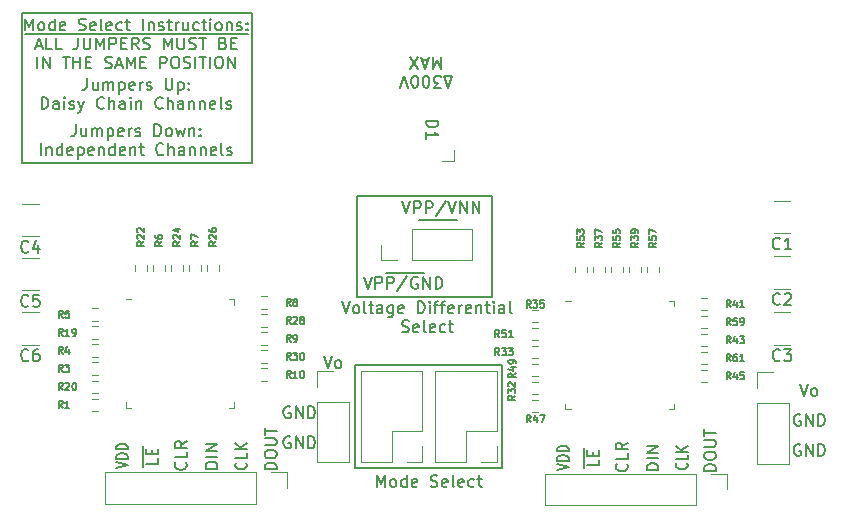
<source format=gbr>
%TF.GenerationSoftware,KiCad,Pcbnew,(6.0.1)*%
%TF.CreationDate,2023-03-16T18:29:38-06:00*%
%TF.ProjectId,SPARC,53504152-432e-46b6-9963-61645f706362,01*%
%TF.SameCoordinates,Original*%
%TF.FileFunction,Legend,Top*%
%TF.FilePolarity,Positive*%
%FSLAX46Y46*%
G04 Gerber Fmt 4.6, Leading zero omitted, Abs format (unit mm)*
G04 Created by KiCad (PCBNEW (6.0.1)) date 2023-03-16 18:29:38*
%MOMM*%
%LPD*%
G01*
G04 APERTURE LIST*
%ADD10C,0.200000*%
%ADD11C,0.150000*%
%ADD12C,0.120000*%
G04 APERTURE END LIST*
D10*
X120040000Y-67050000D02*
X123240000Y-67050000D01*
D11*
X117390000Y-74870000D02*
X129860000Y-74870000D01*
X129860000Y-74870000D02*
X129860000Y-83590000D01*
X129860000Y-83590000D02*
X117390000Y-83590000D01*
X117390000Y-83590000D02*
X117390000Y-74870000D01*
X129010000Y-69050000D02*
X117580000Y-69050000D01*
X117580000Y-69050000D02*
X117580000Y-60510000D01*
X117580000Y-60510000D02*
X129010000Y-60510000D01*
X129010000Y-60510000D02*
X129010000Y-69050000D01*
X89170000Y-45070000D02*
X108650000Y-45070000D01*
X108650000Y-45070000D02*
X108650000Y-57740000D01*
X108650000Y-57740000D02*
X89170000Y-57740000D01*
X89170000Y-57740000D02*
X89170000Y-45070000D01*
D10*
X122840000Y-62550000D02*
X126040000Y-62550000D01*
D11*
X111908095Y-78409231D02*
X111812857Y-78361611D01*
X111670000Y-78361611D01*
X111527142Y-78409231D01*
X111431904Y-78504469D01*
X111384285Y-78599707D01*
X111336666Y-78790183D01*
X111336666Y-78933040D01*
X111384285Y-79123516D01*
X111431904Y-79218754D01*
X111527142Y-79313992D01*
X111670000Y-79361611D01*
X111765238Y-79361611D01*
X111908095Y-79313992D01*
X111955714Y-79266373D01*
X111955714Y-78933040D01*
X111765238Y-78933040D01*
X112384285Y-79361611D02*
X112384285Y-78361611D01*
X112955714Y-79361611D01*
X112955714Y-78361611D01*
X113431904Y-79361611D02*
X113431904Y-78361611D01*
X113670000Y-78361611D01*
X113812857Y-78409231D01*
X113908095Y-78504469D01*
X113955714Y-78599707D01*
X114003333Y-78790183D01*
X114003333Y-78933040D01*
X113955714Y-79123516D01*
X113908095Y-79218754D01*
X113812857Y-79313992D01*
X113670000Y-79361611D01*
X113431904Y-79361611D01*
X119282857Y-85182380D02*
X119282857Y-84182380D01*
X119616190Y-84896666D01*
X119949523Y-84182380D01*
X119949523Y-85182380D01*
X120568571Y-85182380D02*
X120473333Y-85134761D01*
X120425714Y-85087142D01*
X120378095Y-84991904D01*
X120378095Y-84706190D01*
X120425714Y-84610952D01*
X120473333Y-84563333D01*
X120568571Y-84515714D01*
X120711428Y-84515714D01*
X120806666Y-84563333D01*
X120854285Y-84610952D01*
X120901904Y-84706190D01*
X120901904Y-84991904D01*
X120854285Y-85087142D01*
X120806666Y-85134761D01*
X120711428Y-85182380D01*
X120568571Y-85182380D01*
X121759047Y-85182380D02*
X121759047Y-84182380D01*
X121759047Y-85134761D02*
X121663809Y-85182380D01*
X121473333Y-85182380D01*
X121378095Y-85134761D01*
X121330476Y-85087142D01*
X121282857Y-84991904D01*
X121282857Y-84706190D01*
X121330476Y-84610952D01*
X121378095Y-84563333D01*
X121473333Y-84515714D01*
X121663809Y-84515714D01*
X121759047Y-84563333D01*
X122616190Y-85134761D02*
X122520952Y-85182380D01*
X122330476Y-85182380D01*
X122235238Y-85134761D01*
X122187619Y-85039523D01*
X122187619Y-84658571D01*
X122235238Y-84563333D01*
X122330476Y-84515714D01*
X122520952Y-84515714D01*
X122616190Y-84563333D01*
X122663809Y-84658571D01*
X122663809Y-84753809D01*
X122187619Y-84849047D01*
X123806666Y-85134761D02*
X123949523Y-85182380D01*
X124187619Y-85182380D01*
X124282857Y-85134761D01*
X124330476Y-85087142D01*
X124378095Y-84991904D01*
X124378095Y-84896666D01*
X124330476Y-84801428D01*
X124282857Y-84753809D01*
X124187619Y-84706190D01*
X123997142Y-84658571D01*
X123901904Y-84610952D01*
X123854285Y-84563333D01*
X123806666Y-84468095D01*
X123806666Y-84372857D01*
X123854285Y-84277619D01*
X123901904Y-84230000D01*
X123997142Y-84182380D01*
X124235238Y-84182380D01*
X124378095Y-84230000D01*
X125187619Y-85134761D02*
X125092380Y-85182380D01*
X124901904Y-85182380D01*
X124806666Y-85134761D01*
X124759047Y-85039523D01*
X124759047Y-84658571D01*
X124806666Y-84563333D01*
X124901904Y-84515714D01*
X125092380Y-84515714D01*
X125187619Y-84563333D01*
X125235238Y-84658571D01*
X125235238Y-84753809D01*
X124759047Y-84849047D01*
X125806666Y-85182380D02*
X125711428Y-85134761D01*
X125663809Y-85039523D01*
X125663809Y-84182380D01*
X126568571Y-85134761D02*
X126473333Y-85182380D01*
X126282857Y-85182380D01*
X126187619Y-85134761D01*
X126140000Y-85039523D01*
X126140000Y-84658571D01*
X126187619Y-84563333D01*
X126282857Y-84515714D01*
X126473333Y-84515714D01*
X126568571Y-84563333D01*
X126616190Y-84658571D01*
X126616190Y-84753809D01*
X126140000Y-84849047D01*
X127473333Y-85134761D02*
X127378095Y-85182380D01*
X127187619Y-85182380D01*
X127092380Y-85134761D01*
X127044761Y-85087142D01*
X126997142Y-84991904D01*
X126997142Y-84706190D01*
X127044761Y-84610952D01*
X127092380Y-84563333D01*
X127187619Y-84515714D01*
X127378095Y-84515714D01*
X127473333Y-84563333D01*
X127759047Y-84515714D02*
X128140000Y-84515714D01*
X127901904Y-84182380D02*
X127901904Y-85039523D01*
X127949523Y-85134761D01*
X128044761Y-85182380D01*
X128140000Y-85182380D01*
X155098095Y-81600000D02*
X155002857Y-81552380D01*
X154860000Y-81552380D01*
X154717142Y-81600000D01*
X154621904Y-81695238D01*
X154574285Y-81790476D01*
X154526666Y-81980952D01*
X154526666Y-82123809D01*
X154574285Y-82314285D01*
X154621904Y-82409523D01*
X154717142Y-82504761D01*
X154860000Y-82552380D01*
X154955238Y-82552380D01*
X155098095Y-82504761D01*
X155145714Y-82457142D01*
X155145714Y-82123809D01*
X154955238Y-82123809D01*
X155574285Y-82552380D02*
X155574285Y-81552380D01*
X156145714Y-82552380D01*
X156145714Y-81552380D01*
X156621904Y-82552380D02*
X156621904Y-81552380D01*
X156860000Y-81552380D01*
X157002857Y-81600000D01*
X157098095Y-81695238D01*
X157145714Y-81790476D01*
X157193333Y-81980952D01*
X157193333Y-82123809D01*
X157145714Y-82314285D01*
X157098095Y-82409523D01*
X157002857Y-82504761D01*
X156860000Y-82552380D01*
X156621904Y-82552380D01*
X147952380Y-83810476D02*
X146952380Y-83810476D01*
X146952380Y-83572380D01*
X147000000Y-83429523D01*
X147095238Y-83334285D01*
X147190476Y-83286666D01*
X147380952Y-83239047D01*
X147523809Y-83239047D01*
X147714285Y-83286666D01*
X147809523Y-83334285D01*
X147904761Y-83429523D01*
X147952380Y-83572380D01*
X147952380Y-83810476D01*
X146952380Y-82620000D02*
X146952380Y-82429523D01*
X147000000Y-82334285D01*
X147095238Y-82239047D01*
X147285714Y-82191428D01*
X147619047Y-82191428D01*
X147809523Y-82239047D01*
X147904761Y-82334285D01*
X147952380Y-82429523D01*
X147952380Y-82620000D01*
X147904761Y-82715238D01*
X147809523Y-82810476D01*
X147619047Y-82858095D01*
X147285714Y-82858095D01*
X147095238Y-82810476D01*
X147000000Y-82715238D01*
X146952380Y-82620000D01*
X146952380Y-81762857D02*
X147761904Y-81762857D01*
X147857142Y-81715238D01*
X147904761Y-81667619D01*
X147952380Y-81572380D01*
X147952380Y-81381904D01*
X147904761Y-81286666D01*
X147857142Y-81239047D01*
X147761904Y-81191428D01*
X146952380Y-81191428D01*
X146952380Y-80858095D02*
X146952380Y-80286666D01*
X147952380Y-80572380D02*
X146952380Y-80572380D01*
X145467142Y-83176190D02*
X145514761Y-83214285D01*
X145562380Y-83328571D01*
X145562380Y-83404761D01*
X145514761Y-83519047D01*
X145419523Y-83595238D01*
X145324285Y-83633333D01*
X145133809Y-83671428D01*
X144990952Y-83671428D01*
X144800476Y-83633333D01*
X144705238Y-83595238D01*
X144610000Y-83519047D01*
X144562380Y-83404761D01*
X144562380Y-83328571D01*
X144610000Y-83214285D01*
X144657619Y-83176190D01*
X145562380Y-82452380D02*
X145562380Y-82833333D01*
X144562380Y-82833333D01*
X145562380Y-82185714D02*
X144562380Y-82185714D01*
X145562380Y-81728571D02*
X144990952Y-82071428D01*
X144562380Y-81728571D02*
X145133809Y-82185714D01*
X114754285Y-74112380D02*
X115087619Y-75112380D01*
X115420952Y-74112380D01*
X115897142Y-75112380D02*
X115801904Y-75064761D01*
X115754285Y-75017142D01*
X115706666Y-74921904D01*
X115706666Y-74636190D01*
X115754285Y-74540952D01*
X115801904Y-74493333D01*
X115897142Y-74445714D01*
X116040000Y-74445714D01*
X116135238Y-74493333D01*
X116182857Y-74540952D01*
X116230476Y-74636190D01*
X116230476Y-74921904D01*
X116182857Y-75017142D01*
X116135238Y-75064761D01*
X116040000Y-75112380D01*
X115897142Y-75112380D01*
X134492380Y-83746666D02*
X135492380Y-83480000D01*
X134492380Y-83213333D01*
X135492380Y-82946666D02*
X134492380Y-82946666D01*
X134492380Y-82756190D01*
X134540000Y-82641904D01*
X134635238Y-82565714D01*
X134730476Y-82527619D01*
X134920952Y-82489523D01*
X135063809Y-82489523D01*
X135254285Y-82527619D01*
X135349523Y-82565714D01*
X135444761Y-82641904D01*
X135492380Y-82756190D01*
X135492380Y-82946666D01*
X135492380Y-82146666D02*
X134492380Y-82146666D01*
X134492380Y-81956190D01*
X134540000Y-81841904D01*
X134635238Y-81765714D01*
X134730476Y-81727619D01*
X134920952Y-81689523D01*
X135063809Y-81689523D01*
X135254285Y-81727619D01*
X135349523Y-81765714D01*
X135444761Y-81841904D01*
X135492380Y-81956190D01*
X135492380Y-82146666D01*
X108157142Y-83115714D02*
X108204761Y-83158571D01*
X108252380Y-83287142D01*
X108252380Y-83372857D01*
X108204761Y-83501428D01*
X108109523Y-83587142D01*
X108014285Y-83630000D01*
X107823809Y-83672857D01*
X107680952Y-83672857D01*
X107490476Y-83630000D01*
X107395238Y-83587142D01*
X107300000Y-83501428D01*
X107252380Y-83372857D01*
X107252380Y-83287142D01*
X107300000Y-83158571D01*
X107347619Y-83115714D01*
X108252380Y-82301428D02*
X108252380Y-82730000D01*
X107252380Y-82730000D01*
X108252380Y-82001428D02*
X107252380Y-82001428D01*
X108252380Y-81487142D02*
X107680952Y-81872857D01*
X107252380Y-81487142D02*
X107823809Y-82001428D01*
X121406666Y-61002380D02*
X121740000Y-62002380D01*
X122073333Y-61002380D01*
X122406666Y-62002380D02*
X122406666Y-61002380D01*
X122787619Y-61002380D01*
X122882857Y-61050000D01*
X122930476Y-61097619D01*
X122978095Y-61192857D01*
X122978095Y-61335714D01*
X122930476Y-61430952D01*
X122882857Y-61478571D01*
X122787619Y-61526190D01*
X122406666Y-61526190D01*
X123406666Y-62002380D02*
X123406666Y-61002380D01*
X123787619Y-61002380D01*
X123882857Y-61050000D01*
X123930476Y-61097619D01*
X123978095Y-61192857D01*
X123978095Y-61335714D01*
X123930476Y-61430952D01*
X123882857Y-61478571D01*
X123787619Y-61526190D01*
X123406666Y-61526190D01*
X125120952Y-60954761D02*
X124263809Y-62240476D01*
X125311428Y-61002380D02*
X125644761Y-62002380D01*
X125978095Y-61002380D01*
X126311428Y-62002380D02*
X126311428Y-61002380D01*
X126882857Y-62002380D01*
X126882857Y-61002380D01*
X127359047Y-62002380D02*
X127359047Y-61002380D01*
X127930476Y-62002380D01*
X127930476Y-61002380D01*
X125610476Y-50362619D02*
X125277142Y-51362619D01*
X124943809Y-50362619D01*
X125610476Y-50362619D01*
X124705714Y-51362619D02*
X124086666Y-51362619D01*
X124420000Y-50981666D01*
X124277142Y-50981666D01*
X124181904Y-50934047D01*
X124134285Y-50886428D01*
X124086666Y-50791190D01*
X124086666Y-50553095D01*
X124134285Y-50457857D01*
X124181904Y-50410238D01*
X124277142Y-50362619D01*
X124562857Y-50362619D01*
X124658095Y-50410238D01*
X124705714Y-50457857D01*
X123467619Y-51362619D02*
X123372380Y-51362619D01*
X123277142Y-51315000D01*
X123229523Y-51267380D01*
X123181904Y-51172142D01*
X123134285Y-50981666D01*
X123134285Y-50743571D01*
X123181904Y-50553095D01*
X123229523Y-50457857D01*
X123277142Y-50410238D01*
X123372380Y-50362619D01*
X123467619Y-50362619D01*
X123562857Y-50410238D01*
X123610476Y-50457857D01*
X123658095Y-50553095D01*
X123705714Y-50743571D01*
X123705714Y-50981666D01*
X123658095Y-51172142D01*
X123610476Y-51267380D01*
X123562857Y-51315000D01*
X123467619Y-51362619D01*
X122515238Y-51362619D02*
X122420000Y-51362619D01*
X122324761Y-51315000D01*
X122277142Y-51267380D01*
X122229523Y-51172142D01*
X122181904Y-50981666D01*
X122181904Y-50743571D01*
X122229523Y-50553095D01*
X122277142Y-50457857D01*
X122324761Y-50410238D01*
X122420000Y-50362619D01*
X122515238Y-50362619D01*
X122610476Y-50410238D01*
X122658095Y-50457857D01*
X122705714Y-50553095D01*
X122753333Y-50743571D01*
X122753333Y-50981666D01*
X122705714Y-51172142D01*
X122658095Y-51267380D01*
X122610476Y-51315000D01*
X122515238Y-51362619D01*
X121896190Y-51362619D02*
X121562857Y-50362619D01*
X121229523Y-51362619D01*
X124658095Y-48752619D02*
X124658095Y-49752619D01*
X124324761Y-49038333D01*
X123991428Y-49752619D01*
X123991428Y-48752619D01*
X123562857Y-49038333D02*
X123086666Y-49038333D01*
X123658095Y-48752619D02*
X123324761Y-49752619D01*
X122991428Y-48752619D01*
X122753333Y-49752619D02*
X122086666Y-48752619D01*
X122086666Y-49752619D02*
X122753333Y-48752619D01*
X155074285Y-76472380D02*
X155407619Y-77472380D01*
X155740952Y-76472380D01*
X156217142Y-77472380D02*
X156121904Y-77424761D01*
X156074285Y-77377142D01*
X156026666Y-77281904D01*
X156026666Y-76996190D01*
X156074285Y-76900952D01*
X156121904Y-76853333D01*
X156217142Y-76805714D01*
X156360000Y-76805714D01*
X156455238Y-76853333D01*
X156502857Y-76900952D01*
X156550476Y-76996190D01*
X156550476Y-77281904D01*
X156502857Y-77377142D01*
X156455238Y-77424761D01*
X156360000Y-77472380D01*
X156217142Y-77472380D01*
X155098095Y-79060000D02*
X155002857Y-79012380D01*
X154860000Y-79012380D01*
X154717142Y-79060000D01*
X154621904Y-79155238D01*
X154574285Y-79250476D01*
X154526666Y-79440952D01*
X154526666Y-79583809D01*
X154574285Y-79774285D01*
X154621904Y-79869523D01*
X154717142Y-79964761D01*
X154860000Y-80012380D01*
X154955238Y-80012380D01*
X155098095Y-79964761D01*
X155145714Y-79917142D01*
X155145714Y-79583809D01*
X154955238Y-79583809D01*
X155574285Y-80012380D02*
X155574285Y-79012380D01*
X156145714Y-80012380D01*
X156145714Y-79012380D01*
X156621904Y-80012380D02*
X156621904Y-79012380D01*
X156860000Y-79012380D01*
X157002857Y-79060000D01*
X157098095Y-79155238D01*
X157145714Y-79250476D01*
X157193333Y-79440952D01*
X157193333Y-79583809D01*
X157145714Y-79774285D01*
X157098095Y-79869523D01*
X157002857Y-79964761D01*
X156860000Y-80012380D01*
X156621904Y-80012380D01*
X89489047Y-46512380D02*
X89489047Y-45512380D01*
X89822380Y-46226666D01*
X90155714Y-45512380D01*
X90155714Y-46512380D01*
X90774761Y-46512380D02*
X90679523Y-46464761D01*
X90631904Y-46417142D01*
X90584285Y-46321904D01*
X90584285Y-46036190D01*
X90631904Y-45940952D01*
X90679523Y-45893333D01*
X90774761Y-45845714D01*
X90917619Y-45845714D01*
X91012857Y-45893333D01*
X91060476Y-45940952D01*
X91108095Y-46036190D01*
X91108095Y-46321904D01*
X91060476Y-46417142D01*
X91012857Y-46464761D01*
X90917619Y-46512380D01*
X90774761Y-46512380D01*
X91965238Y-46512380D02*
X91965238Y-45512380D01*
X91965238Y-46464761D02*
X91870000Y-46512380D01*
X91679523Y-46512380D01*
X91584285Y-46464761D01*
X91536666Y-46417142D01*
X91489047Y-46321904D01*
X91489047Y-46036190D01*
X91536666Y-45940952D01*
X91584285Y-45893333D01*
X91679523Y-45845714D01*
X91870000Y-45845714D01*
X91965238Y-45893333D01*
X92822380Y-46464761D02*
X92727142Y-46512380D01*
X92536666Y-46512380D01*
X92441428Y-46464761D01*
X92393809Y-46369523D01*
X92393809Y-45988571D01*
X92441428Y-45893333D01*
X92536666Y-45845714D01*
X92727142Y-45845714D01*
X92822380Y-45893333D01*
X92870000Y-45988571D01*
X92870000Y-46083809D01*
X92393809Y-46179047D01*
X94012857Y-46464761D02*
X94155714Y-46512380D01*
X94393809Y-46512380D01*
X94489047Y-46464761D01*
X94536666Y-46417142D01*
X94584285Y-46321904D01*
X94584285Y-46226666D01*
X94536666Y-46131428D01*
X94489047Y-46083809D01*
X94393809Y-46036190D01*
X94203333Y-45988571D01*
X94108095Y-45940952D01*
X94060476Y-45893333D01*
X94012857Y-45798095D01*
X94012857Y-45702857D01*
X94060476Y-45607619D01*
X94108095Y-45560000D01*
X94203333Y-45512380D01*
X94441428Y-45512380D01*
X94584285Y-45560000D01*
X95393809Y-46464761D02*
X95298571Y-46512380D01*
X95108095Y-46512380D01*
X95012857Y-46464761D01*
X94965238Y-46369523D01*
X94965238Y-45988571D01*
X95012857Y-45893333D01*
X95108095Y-45845714D01*
X95298571Y-45845714D01*
X95393809Y-45893333D01*
X95441428Y-45988571D01*
X95441428Y-46083809D01*
X94965238Y-46179047D01*
X96012857Y-46512380D02*
X95917619Y-46464761D01*
X95870000Y-46369523D01*
X95870000Y-45512380D01*
X96774761Y-46464761D02*
X96679523Y-46512380D01*
X96489047Y-46512380D01*
X96393809Y-46464761D01*
X96346190Y-46369523D01*
X96346190Y-45988571D01*
X96393809Y-45893333D01*
X96489047Y-45845714D01*
X96679523Y-45845714D01*
X96774761Y-45893333D01*
X96822380Y-45988571D01*
X96822380Y-46083809D01*
X96346190Y-46179047D01*
X97679523Y-46464761D02*
X97584285Y-46512380D01*
X97393809Y-46512380D01*
X97298571Y-46464761D01*
X97250952Y-46417142D01*
X97203333Y-46321904D01*
X97203333Y-46036190D01*
X97250952Y-45940952D01*
X97298571Y-45893333D01*
X97393809Y-45845714D01*
X97584285Y-45845714D01*
X97679523Y-45893333D01*
X97965238Y-45845714D02*
X98346190Y-45845714D01*
X98108095Y-45512380D02*
X98108095Y-46369523D01*
X98155714Y-46464761D01*
X98250952Y-46512380D01*
X98346190Y-46512380D01*
X99441428Y-46512380D02*
X99441428Y-45512380D01*
X99917619Y-45845714D02*
X99917619Y-46512380D01*
X99917619Y-45940952D02*
X99965238Y-45893333D01*
X100060476Y-45845714D01*
X100203333Y-45845714D01*
X100298571Y-45893333D01*
X100346190Y-45988571D01*
X100346190Y-46512380D01*
X100774761Y-46464761D02*
X100870000Y-46512380D01*
X101060476Y-46512380D01*
X101155714Y-46464761D01*
X101203333Y-46369523D01*
X101203333Y-46321904D01*
X101155714Y-46226666D01*
X101060476Y-46179047D01*
X100917619Y-46179047D01*
X100822380Y-46131428D01*
X100774761Y-46036190D01*
X100774761Y-45988571D01*
X100822380Y-45893333D01*
X100917619Y-45845714D01*
X101060476Y-45845714D01*
X101155714Y-45893333D01*
X101489047Y-45845714D02*
X101870000Y-45845714D01*
X101631904Y-45512380D02*
X101631904Y-46369523D01*
X101679523Y-46464761D01*
X101774761Y-46512380D01*
X101870000Y-46512380D01*
X102203333Y-46512380D02*
X102203333Y-45845714D01*
X102203333Y-46036190D02*
X102250952Y-45940952D01*
X102298571Y-45893333D01*
X102393809Y-45845714D01*
X102489047Y-45845714D01*
X103250952Y-45845714D02*
X103250952Y-46512380D01*
X102822380Y-45845714D02*
X102822380Y-46369523D01*
X102870000Y-46464761D01*
X102965238Y-46512380D01*
X103108095Y-46512380D01*
X103203333Y-46464761D01*
X103250952Y-46417142D01*
X104155714Y-46464761D02*
X104060476Y-46512380D01*
X103870000Y-46512380D01*
X103774761Y-46464761D01*
X103727142Y-46417142D01*
X103679523Y-46321904D01*
X103679523Y-46036190D01*
X103727142Y-45940952D01*
X103774761Y-45893333D01*
X103870000Y-45845714D01*
X104060476Y-45845714D01*
X104155714Y-45893333D01*
X104441428Y-45845714D02*
X104822380Y-45845714D01*
X104584285Y-45512380D02*
X104584285Y-46369523D01*
X104631904Y-46464761D01*
X104727142Y-46512380D01*
X104822380Y-46512380D01*
X105155714Y-46512380D02*
X105155714Y-45845714D01*
X105155714Y-45512380D02*
X105108095Y-45560000D01*
X105155714Y-45607619D01*
X105203333Y-45560000D01*
X105155714Y-45512380D01*
X105155714Y-45607619D01*
X105774761Y-46512380D02*
X105679523Y-46464761D01*
X105631904Y-46417142D01*
X105584285Y-46321904D01*
X105584285Y-46036190D01*
X105631904Y-45940952D01*
X105679523Y-45893333D01*
X105774761Y-45845714D01*
X105917619Y-45845714D01*
X106012857Y-45893333D01*
X106060476Y-45940952D01*
X106108095Y-46036190D01*
X106108095Y-46321904D01*
X106060476Y-46417142D01*
X106012857Y-46464761D01*
X105917619Y-46512380D01*
X105774761Y-46512380D01*
X106536666Y-45845714D02*
X106536666Y-46512380D01*
X106536666Y-45940952D02*
X106584285Y-45893333D01*
X106679523Y-45845714D01*
X106822380Y-45845714D01*
X106917619Y-45893333D01*
X106965238Y-45988571D01*
X106965238Y-46512380D01*
X107393809Y-46464761D02*
X107489047Y-46512380D01*
X107679523Y-46512380D01*
X107774761Y-46464761D01*
X107822380Y-46369523D01*
X107822380Y-46321904D01*
X107774761Y-46226666D01*
X107679523Y-46179047D01*
X107536666Y-46179047D01*
X107441428Y-46131428D01*
X107393809Y-46036190D01*
X107393809Y-45988571D01*
X107441428Y-45893333D01*
X107536666Y-45845714D01*
X107679523Y-45845714D01*
X107774761Y-45893333D01*
X108250952Y-46417142D02*
X108298571Y-46464761D01*
X108250952Y-46512380D01*
X108203333Y-46464761D01*
X108250952Y-46417142D01*
X108250952Y-46512380D01*
X108250952Y-45893333D02*
X108298571Y-45940952D01*
X108250952Y-45988571D01*
X108203333Y-45940952D01*
X108250952Y-45893333D01*
X108250952Y-45988571D01*
X89417619Y-46840000D02*
X90179523Y-46840000D01*
X90179523Y-46840000D02*
X91036666Y-46840000D01*
X90370000Y-47836666D02*
X90846190Y-47836666D01*
X90274761Y-48122380D02*
X90608095Y-47122380D01*
X90941428Y-48122380D01*
X91036666Y-46840000D02*
X91846190Y-46840000D01*
X91750952Y-48122380D02*
X91274761Y-48122380D01*
X91274761Y-47122380D01*
X91846190Y-46840000D02*
X92655714Y-46840000D01*
X92560476Y-48122380D02*
X92084285Y-48122380D01*
X92084285Y-47122380D01*
X92655714Y-46840000D02*
X93417619Y-46840000D01*
X93417619Y-46840000D02*
X94179523Y-46840000D01*
X93941428Y-47122380D02*
X93941428Y-47836666D01*
X93893809Y-47979523D01*
X93798571Y-48074761D01*
X93655714Y-48122380D01*
X93560476Y-48122380D01*
X94179523Y-46840000D02*
X95227142Y-46840000D01*
X94417619Y-47122380D02*
X94417619Y-47931904D01*
X94465238Y-48027142D01*
X94512857Y-48074761D01*
X94608095Y-48122380D01*
X94798571Y-48122380D01*
X94893809Y-48074761D01*
X94941428Y-48027142D01*
X94989047Y-47931904D01*
X94989047Y-47122380D01*
X95227142Y-46840000D02*
X96370000Y-46840000D01*
X95465238Y-48122380D02*
X95465238Y-47122380D01*
X95798571Y-47836666D01*
X96131904Y-47122380D01*
X96131904Y-48122380D01*
X96370000Y-46840000D02*
X97370000Y-46840000D01*
X96608095Y-48122380D02*
X96608095Y-47122380D01*
X96989047Y-47122380D01*
X97084285Y-47170000D01*
X97131904Y-47217619D01*
X97179523Y-47312857D01*
X97179523Y-47455714D01*
X97131904Y-47550952D01*
X97084285Y-47598571D01*
X96989047Y-47646190D01*
X96608095Y-47646190D01*
X97370000Y-46840000D02*
X98274761Y-46840000D01*
X97608095Y-47598571D02*
X97941428Y-47598571D01*
X98084285Y-48122380D02*
X97608095Y-48122380D01*
X97608095Y-47122380D01*
X98084285Y-47122380D01*
X98274761Y-46840000D02*
X99274761Y-46840000D01*
X99084285Y-48122380D02*
X98750952Y-47646190D01*
X98512857Y-48122380D02*
X98512857Y-47122380D01*
X98893809Y-47122380D01*
X98989047Y-47170000D01*
X99036666Y-47217619D01*
X99084285Y-47312857D01*
X99084285Y-47455714D01*
X99036666Y-47550952D01*
X98989047Y-47598571D01*
X98893809Y-47646190D01*
X98512857Y-47646190D01*
X99274761Y-46840000D02*
X100227142Y-46840000D01*
X99465238Y-48074761D02*
X99608095Y-48122380D01*
X99846190Y-48122380D01*
X99941428Y-48074761D01*
X99989047Y-48027142D01*
X100036666Y-47931904D01*
X100036666Y-47836666D01*
X99989047Y-47741428D01*
X99941428Y-47693809D01*
X99846190Y-47646190D01*
X99655714Y-47598571D01*
X99560476Y-47550952D01*
X99512857Y-47503333D01*
X99465238Y-47408095D01*
X99465238Y-47312857D01*
X99512857Y-47217619D01*
X99560476Y-47170000D01*
X99655714Y-47122380D01*
X99893809Y-47122380D01*
X100036666Y-47170000D01*
X100227142Y-46840000D02*
X100989047Y-46840000D01*
X100989047Y-46840000D02*
X102131904Y-46840000D01*
X101227142Y-48122380D02*
X101227142Y-47122380D01*
X101560476Y-47836666D01*
X101893809Y-47122380D01*
X101893809Y-48122380D01*
X102131904Y-46840000D02*
X103179523Y-46840000D01*
X102370000Y-47122380D02*
X102370000Y-47931904D01*
X102417619Y-48027142D01*
X102465238Y-48074761D01*
X102560476Y-48122380D01*
X102750952Y-48122380D01*
X102846190Y-48074761D01*
X102893809Y-48027142D01*
X102941428Y-47931904D01*
X102941428Y-47122380D01*
X103179523Y-46840000D02*
X104131904Y-46840000D01*
X103370000Y-48074761D02*
X103512857Y-48122380D01*
X103750952Y-48122380D01*
X103846190Y-48074761D01*
X103893809Y-48027142D01*
X103941428Y-47931904D01*
X103941428Y-47836666D01*
X103893809Y-47741428D01*
X103846190Y-47693809D01*
X103750952Y-47646190D01*
X103560476Y-47598571D01*
X103465238Y-47550952D01*
X103417619Y-47503333D01*
X103370000Y-47408095D01*
X103370000Y-47312857D01*
X103417619Y-47217619D01*
X103465238Y-47170000D01*
X103560476Y-47122380D01*
X103798571Y-47122380D01*
X103941428Y-47170000D01*
X104131904Y-46840000D02*
X104893809Y-46840000D01*
X104227142Y-47122380D02*
X104798571Y-47122380D01*
X104512857Y-48122380D02*
X104512857Y-47122380D01*
X104893809Y-46840000D02*
X105655714Y-46840000D01*
X105655714Y-46840000D02*
X106655714Y-46840000D01*
X106227142Y-47598571D02*
X106370000Y-47646190D01*
X106417619Y-47693809D01*
X106465238Y-47789047D01*
X106465238Y-47931904D01*
X106417619Y-48027142D01*
X106370000Y-48074761D01*
X106274761Y-48122380D01*
X105893809Y-48122380D01*
X105893809Y-47122380D01*
X106227142Y-47122380D01*
X106322380Y-47170000D01*
X106370000Y-47217619D01*
X106417619Y-47312857D01*
X106417619Y-47408095D01*
X106370000Y-47503333D01*
X106322380Y-47550952D01*
X106227142Y-47598571D01*
X105893809Y-47598571D01*
X106655714Y-46840000D02*
X107560476Y-46840000D01*
X106893809Y-47598571D02*
X107227142Y-47598571D01*
X107369999Y-48122380D02*
X106893809Y-48122380D01*
X106893809Y-47122380D01*
X107369999Y-47122380D01*
X107560476Y-46840000D02*
X108322380Y-46840000D01*
X90512857Y-49732380D02*
X90512857Y-48732380D01*
X90989047Y-49732380D02*
X90989047Y-48732380D01*
X91560476Y-49732380D01*
X91560476Y-48732380D01*
X92655714Y-48732380D02*
X93227142Y-48732380D01*
X92941428Y-49732380D02*
X92941428Y-48732380D01*
X93560476Y-49732380D02*
X93560476Y-48732380D01*
X93560476Y-49208571D02*
X94131904Y-49208571D01*
X94131904Y-49732380D02*
X94131904Y-48732380D01*
X94608095Y-49208571D02*
X94941428Y-49208571D01*
X95084285Y-49732380D02*
X94608095Y-49732380D01*
X94608095Y-48732380D01*
X95084285Y-48732380D01*
X96227142Y-49684761D02*
X96370000Y-49732380D01*
X96608095Y-49732380D01*
X96703333Y-49684761D01*
X96750952Y-49637142D01*
X96798571Y-49541904D01*
X96798571Y-49446666D01*
X96750952Y-49351428D01*
X96703333Y-49303809D01*
X96608095Y-49256190D01*
X96417619Y-49208571D01*
X96322380Y-49160952D01*
X96274761Y-49113333D01*
X96227142Y-49018095D01*
X96227142Y-48922857D01*
X96274761Y-48827619D01*
X96322380Y-48780000D01*
X96417619Y-48732380D01*
X96655714Y-48732380D01*
X96798571Y-48780000D01*
X97179523Y-49446666D02*
X97655714Y-49446666D01*
X97084285Y-49732380D02*
X97417619Y-48732380D01*
X97750952Y-49732380D01*
X98084285Y-49732380D02*
X98084285Y-48732380D01*
X98417619Y-49446666D01*
X98750952Y-48732380D01*
X98750952Y-49732380D01*
X99227142Y-49208571D02*
X99560476Y-49208571D01*
X99703333Y-49732380D02*
X99227142Y-49732380D01*
X99227142Y-48732380D01*
X99703333Y-48732380D01*
X100893809Y-49732380D02*
X100893809Y-48732380D01*
X101274761Y-48732380D01*
X101370000Y-48780000D01*
X101417619Y-48827619D01*
X101465238Y-48922857D01*
X101465238Y-49065714D01*
X101417619Y-49160952D01*
X101370000Y-49208571D01*
X101274761Y-49256190D01*
X100893809Y-49256190D01*
X102084285Y-48732380D02*
X102274761Y-48732380D01*
X102370000Y-48780000D01*
X102465238Y-48875238D01*
X102512857Y-49065714D01*
X102512857Y-49399047D01*
X102465238Y-49589523D01*
X102370000Y-49684761D01*
X102274761Y-49732380D01*
X102084285Y-49732380D01*
X101989047Y-49684761D01*
X101893809Y-49589523D01*
X101846190Y-49399047D01*
X101846190Y-49065714D01*
X101893809Y-48875238D01*
X101989047Y-48780000D01*
X102084285Y-48732380D01*
X102893809Y-49684761D02*
X103036666Y-49732380D01*
X103274761Y-49732380D01*
X103370000Y-49684761D01*
X103417619Y-49637142D01*
X103465238Y-49541904D01*
X103465238Y-49446666D01*
X103417619Y-49351428D01*
X103370000Y-49303809D01*
X103274761Y-49256190D01*
X103084285Y-49208571D01*
X102989047Y-49160952D01*
X102941428Y-49113333D01*
X102893809Y-49018095D01*
X102893809Y-48922857D01*
X102941428Y-48827619D01*
X102989047Y-48780000D01*
X103084285Y-48732380D01*
X103322380Y-48732380D01*
X103465238Y-48780000D01*
X103893809Y-49732380D02*
X103893809Y-48732380D01*
X104227142Y-48732380D02*
X104798571Y-48732380D01*
X104512857Y-49732380D02*
X104512857Y-48732380D01*
X105131904Y-49732380D02*
X105131904Y-48732380D01*
X105798571Y-48732380D02*
X105989047Y-48732380D01*
X106084285Y-48780000D01*
X106179523Y-48875238D01*
X106227142Y-49065714D01*
X106227142Y-49399047D01*
X106179523Y-49589523D01*
X106084285Y-49684761D01*
X105989047Y-49732380D01*
X105798571Y-49732380D01*
X105703333Y-49684761D01*
X105608095Y-49589523D01*
X105560476Y-49399047D01*
X105560476Y-49065714D01*
X105608095Y-48875238D01*
X105703333Y-48780000D01*
X105798571Y-48732380D01*
X106655714Y-49732380D02*
X106655714Y-48732380D01*
X107227142Y-49732380D01*
X107227142Y-48732380D01*
X105752380Y-83623809D02*
X104752380Y-83623809D01*
X104752380Y-83385714D01*
X104800000Y-83242857D01*
X104895238Y-83147619D01*
X104990476Y-83100000D01*
X105180952Y-83052380D01*
X105323809Y-83052380D01*
X105514285Y-83100000D01*
X105609523Y-83147619D01*
X105704761Y-83242857D01*
X105752380Y-83385714D01*
X105752380Y-83623809D01*
X105752380Y-82623809D02*
X104752380Y-82623809D01*
X105752380Y-82147619D02*
X104752380Y-82147619D01*
X105752380Y-81576190D01*
X104752380Y-81576190D01*
X143082380Y-83753809D02*
X142082380Y-83753809D01*
X142082380Y-83515714D01*
X142130000Y-83372857D01*
X142225238Y-83277619D01*
X142320476Y-83230000D01*
X142510952Y-83182380D01*
X142653809Y-83182380D01*
X142844285Y-83230000D01*
X142939523Y-83277619D01*
X143034761Y-83372857D01*
X143082380Y-83515714D01*
X143082380Y-83753809D01*
X143082380Y-82753809D02*
X142082380Y-82753809D01*
X143082380Y-82277619D02*
X142082380Y-82277619D01*
X143082380Y-81706190D01*
X142082380Y-81706190D01*
X111908095Y-80949231D02*
X111812857Y-80901611D01*
X111670000Y-80901611D01*
X111527142Y-80949231D01*
X111431904Y-81044469D01*
X111384285Y-81139707D01*
X111336666Y-81330183D01*
X111336666Y-81473040D01*
X111384285Y-81663516D01*
X111431904Y-81758754D01*
X111527142Y-81853992D01*
X111670000Y-81901611D01*
X111765238Y-81901611D01*
X111908095Y-81853992D01*
X111955714Y-81806373D01*
X111955714Y-81473040D01*
X111765238Y-81473040D01*
X112384285Y-81901611D02*
X112384285Y-80901611D01*
X112955714Y-81901611D01*
X112955714Y-80901611D01*
X113431904Y-81901611D02*
X113431904Y-80901611D01*
X113670000Y-80901611D01*
X113812857Y-80949231D01*
X113908095Y-81044469D01*
X113955714Y-81139707D01*
X114003333Y-81330183D01*
X114003333Y-81473040D01*
X113955714Y-81663516D01*
X113908095Y-81758754D01*
X113812857Y-81853992D01*
X113670000Y-81901611D01*
X113431904Y-81901611D01*
X99426000Y-83455142D02*
X99426000Y-82645619D01*
X100708380Y-82740857D02*
X100708380Y-83217047D01*
X99708380Y-83217047D01*
X99426000Y-82645619D02*
X99426000Y-81740857D01*
X100184571Y-82407523D02*
X100184571Y-82074190D01*
X100708380Y-81931333D02*
X100708380Y-82407523D01*
X99708380Y-82407523D01*
X99708380Y-81931333D01*
X103057142Y-83095238D02*
X103104761Y-83142857D01*
X103152380Y-83285714D01*
X103152380Y-83380952D01*
X103104761Y-83523809D01*
X103009523Y-83619047D01*
X102914285Y-83666666D01*
X102723809Y-83714285D01*
X102580952Y-83714285D01*
X102390476Y-83666666D01*
X102295238Y-83619047D01*
X102200000Y-83523809D01*
X102152380Y-83380952D01*
X102152380Y-83285714D01*
X102200000Y-83142857D01*
X102247619Y-83095238D01*
X103152380Y-82190476D02*
X103152380Y-82666666D01*
X102152380Y-82666666D01*
X103152380Y-81285714D02*
X102676190Y-81619047D01*
X103152380Y-81857142D02*
X102152380Y-81857142D01*
X102152380Y-81476190D01*
X102200000Y-81380952D01*
X102247619Y-81333333D01*
X102342857Y-81285714D01*
X102485714Y-81285714D01*
X102580952Y-81333333D01*
X102628571Y-81380952D01*
X102676190Y-81476190D01*
X102676190Y-81857142D01*
X118129047Y-67382380D02*
X118462380Y-68382380D01*
X118795714Y-67382380D01*
X119129047Y-68382380D02*
X119129047Y-67382380D01*
X119510000Y-67382380D01*
X119605238Y-67430000D01*
X119652857Y-67477619D01*
X119700476Y-67572857D01*
X119700476Y-67715714D01*
X119652857Y-67810952D01*
X119605238Y-67858571D01*
X119510000Y-67906190D01*
X119129047Y-67906190D01*
X120129047Y-68382380D02*
X120129047Y-67382380D01*
X120510000Y-67382380D01*
X120605238Y-67430000D01*
X120652857Y-67477619D01*
X120700476Y-67572857D01*
X120700476Y-67715714D01*
X120652857Y-67810952D01*
X120605238Y-67858571D01*
X120510000Y-67906190D01*
X120129047Y-67906190D01*
X121843333Y-67334761D02*
X120986190Y-68620476D01*
X122700476Y-67430000D02*
X122605238Y-67382380D01*
X122462380Y-67382380D01*
X122319523Y-67430000D01*
X122224285Y-67525238D01*
X122176666Y-67620476D01*
X122129047Y-67810952D01*
X122129047Y-67953809D01*
X122176666Y-68144285D01*
X122224285Y-68239523D01*
X122319523Y-68334761D01*
X122462380Y-68382380D01*
X122557619Y-68382380D01*
X122700476Y-68334761D01*
X122748095Y-68287142D01*
X122748095Y-67953809D01*
X122557619Y-67953809D01*
X123176666Y-68382380D02*
X123176666Y-67382380D01*
X123748095Y-68382380D01*
X123748095Y-67382380D01*
X124224285Y-68382380D02*
X124224285Y-67382380D01*
X124462380Y-67382380D01*
X124605238Y-67430000D01*
X124700476Y-67525238D01*
X124748095Y-67620476D01*
X124795714Y-67810952D01*
X124795714Y-67953809D01*
X124748095Y-68144285D01*
X124700476Y-68239523D01*
X124605238Y-68334761D01*
X124462380Y-68382380D01*
X124224285Y-68382380D01*
X136756000Y-83585142D02*
X136756000Y-82775619D01*
X138038380Y-82870857D02*
X138038380Y-83347047D01*
X137038380Y-83347047D01*
X136756000Y-82775619D02*
X136756000Y-81870857D01*
X137514571Y-82537523D02*
X137514571Y-82204190D01*
X138038380Y-82061333D02*
X138038380Y-82537523D01*
X137038380Y-82537523D01*
X137038380Y-82061333D01*
X110752380Y-83690476D02*
X109752380Y-83690476D01*
X109752380Y-83452380D01*
X109800000Y-83309523D01*
X109895238Y-83214285D01*
X109990476Y-83166666D01*
X110180952Y-83119047D01*
X110323809Y-83119047D01*
X110514285Y-83166666D01*
X110609523Y-83214285D01*
X110704761Y-83309523D01*
X110752380Y-83452380D01*
X110752380Y-83690476D01*
X109752380Y-82500000D02*
X109752380Y-82309523D01*
X109800000Y-82214285D01*
X109895238Y-82119047D01*
X110085714Y-82071428D01*
X110419047Y-82071428D01*
X110609523Y-82119047D01*
X110704761Y-82214285D01*
X110752380Y-82309523D01*
X110752380Y-82500000D01*
X110704761Y-82595238D01*
X110609523Y-82690476D01*
X110419047Y-82738095D01*
X110085714Y-82738095D01*
X109895238Y-82690476D01*
X109800000Y-82595238D01*
X109752380Y-82500000D01*
X109752380Y-81642857D02*
X110561904Y-81642857D01*
X110657142Y-81595238D01*
X110704761Y-81547619D01*
X110752380Y-81452380D01*
X110752380Y-81261904D01*
X110704761Y-81166666D01*
X110657142Y-81119047D01*
X110561904Y-81071428D01*
X109752380Y-81071428D01*
X109752380Y-80738095D02*
X109752380Y-80166666D01*
X110752380Y-80452380D02*
X109752380Y-80452380D01*
X140387142Y-83225238D02*
X140434761Y-83272857D01*
X140482380Y-83415714D01*
X140482380Y-83510952D01*
X140434761Y-83653809D01*
X140339523Y-83749047D01*
X140244285Y-83796666D01*
X140053809Y-83844285D01*
X139910952Y-83844285D01*
X139720476Y-83796666D01*
X139625238Y-83749047D01*
X139530000Y-83653809D01*
X139482380Y-83510952D01*
X139482380Y-83415714D01*
X139530000Y-83272857D01*
X139577619Y-83225238D01*
X140482380Y-82320476D02*
X140482380Y-82796666D01*
X139482380Y-82796666D01*
X140482380Y-81415714D02*
X140006190Y-81749047D01*
X140482380Y-81987142D02*
X139482380Y-81987142D01*
X139482380Y-81606190D01*
X139530000Y-81510952D01*
X139577619Y-81463333D01*
X139672857Y-81415714D01*
X139815714Y-81415714D01*
X139910952Y-81463333D01*
X139958571Y-81510952D01*
X140006190Y-81606190D01*
X140006190Y-81987142D01*
X94703333Y-50557380D02*
X94703333Y-51271666D01*
X94655714Y-51414523D01*
X94560476Y-51509761D01*
X94417619Y-51557380D01*
X94322380Y-51557380D01*
X95608095Y-50890714D02*
X95608095Y-51557380D01*
X95179523Y-50890714D02*
X95179523Y-51414523D01*
X95227142Y-51509761D01*
X95322380Y-51557380D01*
X95465238Y-51557380D01*
X95560476Y-51509761D01*
X95608095Y-51462142D01*
X96084285Y-51557380D02*
X96084285Y-50890714D01*
X96084285Y-50985952D02*
X96131904Y-50938333D01*
X96227142Y-50890714D01*
X96370000Y-50890714D01*
X96465238Y-50938333D01*
X96512857Y-51033571D01*
X96512857Y-51557380D01*
X96512857Y-51033571D02*
X96560476Y-50938333D01*
X96655714Y-50890714D01*
X96798571Y-50890714D01*
X96893809Y-50938333D01*
X96941428Y-51033571D01*
X96941428Y-51557380D01*
X97417619Y-50890714D02*
X97417619Y-51890714D01*
X97417619Y-50938333D02*
X97512857Y-50890714D01*
X97703333Y-50890714D01*
X97798571Y-50938333D01*
X97846190Y-50985952D01*
X97893809Y-51081190D01*
X97893809Y-51366904D01*
X97846190Y-51462142D01*
X97798571Y-51509761D01*
X97703333Y-51557380D01*
X97512857Y-51557380D01*
X97417619Y-51509761D01*
X98703333Y-51509761D02*
X98608095Y-51557380D01*
X98417619Y-51557380D01*
X98322380Y-51509761D01*
X98274761Y-51414523D01*
X98274761Y-51033571D01*
X98322380Y-50938333D01*
X98417619Y-50890714D01*
X98608095Y-50890714D01*
X98703333Y-50938333D01*
X98750952Y-51033571D01*
X98750952Y-51128809D01*
X98274761Y-51224047D01*
X99179523Y-51557380D02*
X99179523Y-50890714D01*
X99179523Y-51081190D02*
X99227142Y-50985952D01*
X99274761Y-50938333D01*
X99370000Y-50890714D01*
X99465238Y-50890714D01*
X99750952Y-51509761D02*
X99846190Y-51557380D01*
X100036666Y-51557380D01*
X100131904Y-51509761D01*
X100179523Y-51414523D01*
X100179523Y-51366904D01*
X100131904Y-51271666D01*
X100036666Y-51224047D01*
X99893809Y-51224047D01*
X99798571Y-51176428D01*
X99750952Y-51081190D01*
X99750952Y-51033571D01*
X99798571Y-50938333D01*
X99893809Y-50890714D01*
X100036666Y-50890714D01*
X100131904Y-50938333D01*
X101370000Y-50557380D02*
X101370000Y-51366904D01*
X101417619Y-51462142D01*
X101465238Y-51509761D01*
X101560476Y-51557380D01*
X101750952Y-51557380D01*
X101846190Y-51509761D01*
X101893809Y-51462142D01*
X101941428Y-51366904D01*
X101941428Y-50557380D01*
X102417619Y-50890714D02*
X102417619Y-51890714D01*
X102417619Y-50938333D02*
X102512857Y-50890714D01*
X102703333Y-50890714D01*
X102798571Y-50938333D01*
X102846190Y-50985952D01*
X102893809Y-51081190D01*
X102893809Y-51366904D01*
X102846190Y-51462142D01*
X102798571Y-51509761D01*
X102703333Y-51557380D01*
X102512857Y-51557380D01*
X102417619Y-51509761D01*
X103322380Y-51462142D02*
X103370000Y-51509761D01*
X103322380Y-51557380D01*
X103274761Y-51509761D01*
X103322380Y-51462142D01*
X103322380Y-51557380D01*
X103322380Y-50938333D02*
X103370000Y-50985952D01*
X103322380Y-51033571D01*
X103274761Y-50985952D01*
X103322380Y-50938333D01*
X103322380Y-51033571D01*
X90870000Y-53167380D02*
X90870000Y-52167380D01*
X91108095Y-52167380D01*
X91250952Y-52215000D01*
X91346190Y-52310238D01*
X91393809Y-52405476D01*
X91441428Y-52595952D01*
X91441428Y-52738809D01*
X91393809Y-52929285D01*
X91346190Y-53024523D01*
X91250952Y-53119761D01*
X91108095Y-53167380D01*
X90870000Y-53167380D01*
X92298571Y-53167380D02*
X92298571Y-52643571D01*
X92250952Y-52548333D01*
X92155714Y-52500714D01*
X91965238Y-52500714D01*
X91870000Y-52548333D01*
X92298571Y-53119761D02*
X92203333Y-53167380D01*
X91965238Y-53167380D01*
X91870000Y-53119761D01*
X91822380Y-53024523D01*
X91822380Y-52929285D01*
X91870000Y-52834047D01*
X91965238Y-52786428D01*
X92203333Y-52786428D01*
X92298571Y-52738809D01*
X92774761Y-53167380D02*
X92774761Y-52500714D01*
X92774761Y-52167380D02*
X92727142Y-52215000D01*
X92774761Y-52262619D01*
X92822380Y-52215000D01*
X92774761Y-52167380D01*
X92774761Y-52262619D01*
X93203333Y-53119761D02*
X93298571Y-53167380D01*
X93489047Y-53167380D01*
X93584285Y-53119761D01*
X93631904Y-53024523D01*
X93631904Y-52976904D01*
X93584285Y-52881666D01*
X93489047Y-52834047D01*
X93346190Y-52834047D01*
X93250952Y-52786428D01*
X93203333Y-52691190D01*
X93203333Y-52643571D01*
X93250952Y-52548333D01*
X93346190Y-52500714D01*
X93489047Y-52500714D01*
X93584285Y-52548333D01*
X93965238Y-52500714D02*
X94203333Y-53167380D01*
X94441428Y-52500714D02*
X94203333Y-53167380D01*
X94108095Y-53405476D01*
X94060476Y-53453095D01*
X93965238Y-53500714D01*
X96155714Y-53072142D02*
X96108095Y-53119761D01*
X95965238Y-53167380D01*
X95870000Y-53167380D01*
X95727142Y-53119761D01*
X95631904Y-53024523D01*
X95584285Y-52929285D01*
X95536666Y-52738809D01*
X95536666Y-52595952D01*
X95584285Y-52405476D01*
X95631904Y-52310238D01*
X95727142Y-52215000D01*
X95870000Y-52167380D01*
X95965238Y-52167380D01*
X96108095Y-52215000D01*
X96155714Y-52262619D01*
X96584285Y-53167380D02*
X96584285Y-52167380D01*
X97012857Y-53167380D02*
X97012857Y-52643571D01*
X96965238Y-52548333D01*
X96870000Y-52500714D01*
X96727142Y-52500714D01*
X96631904Y-52548333D01*
X96584285Y-52595952D01*
X97917619Y-53167380D02*
X97917619Y-52643571D01*
X97870000Y-52548333D01*
X97774761Y-52500714D01*
X97584285Y-52500714D01*
X97489047Y-52548333D01*
X97917619Y-53119761D02*
X97822380Y-53167380D01*
X97584285Y-53167380D01*
X97489047Y-53119761D01*
X97441428Y-53024523D01*
X97441428Y-52929285D01*
X97489047Y-52834047D01*
X97584285Y-52786428D01*
X97822380Y-52786428D01*
X97917619Y-52738809D01*
X98393809Y-53167380D02*
X98393809Y-52500714D01*
X98393809Y-52167380D02*
X98346190Y-52215000D01*
X98393809Y-52262619D01*
X98441428Y-52215000D01*
X98393809Y-52167380D01*
X98393809Y-52262619D01*
X98870000Y-52500714D02*
X98870000Y-53167380D01*
X98870000Y-52595952D02*
X98917619Y-52548333D01*
X99012857Y-52500714D01*
X99155714Y-52500714D01*
X99250952Y-52548333D01*
X99298571Y-52643571D01*
X99298571Y-53167380D01*
X101108095Y-53072142D02*
X101060476Y-53119761D01*
X100917619Y-53167380D01*
X100822380Y-53167380D01*
X100679523Y-53119761D01*
X100584285Y-53024523D01*
X100536666Y-52929285D01*
X100489047Y-52738809D01*
X100489047Y-52595952D01*
X100536666Y-52405476D01*
X100584285Y-52310238D01*
X100679523Y-52215000D01*
X100822380Y-52167380D01*
X100917619Y-52167380D01*
X101060476Y-52215000D01*
X101108095Y-52262619D01*
X101536666Y-53167380D02*
X101536666Y-52167380D01*
X101965238Y-53167380D02*
X101965238Y-52643571D01*
X101917619Y-52548333D01*
X101822380Y-52500714D01*
X101679523Y-52500714D01*
X101584285Y-52548333D01*
X101536666Y-52595952D01*
X102870000Y-53167380D02*
X102870000Y-52643571D01*
X102822380Y-52548333D01*
X102727142Y-52500714D01*
X102536666Y-52500714D01*
X102441428Y-52548333D01*
X102870000Y-53119761D02*
X102774761Y-53167380D01*
X102536666Y-53167380D01*
X102441428Y-53119761D01*
X102393809Y-53024523D01*
X102393809Y-52929285D01*
X102441428Y-52834047D01*
X102536666Y-52786428D01*
X102774761Y-52786428D01*
X102870000Y-52738809D01*
X103346190Y-52500714D02*
X103346190Y-53167380D01*
X103346190Y-52595952D02*
X103393809Y-52548333D01*
X103489047Y-52500714D01*
X103631904Y-52500714D01*
X103727142Y-52548333D01*
X103774761Y-52643571D01*
X103774761Y-53167380D01*
X104250952Y-52500714D02*
X104250952Y-53167380D01*
X104250952Y-52595952D02*
X104298571Y-52548333D01*
X104393809Y-52500714D01*
X104536666Y-52500714D01*
X104631904Y-52548333D01*
X104679523Y-52643571D01*
X104679523Y-53167380D01*
X105536666Y-53119761D02*
X105441428Y-53167380D01*
X105250952Y-53167380D01*
X105155714Y-53119761D01*
X105108095Y-53024523D01*
X105108095Y-52643571D01*
X105155714Y-52548333D01*
X105250952Y-52500714D01*
X105441428Y-52500714D01*
X105536666Y-52548333D01*
X105584285Y-52643571D01*
X105584285Y-52738809D01*
X105108095Y-52834047D01*
X106155714Y-53167380D02*
X106060476Y-53119761D01*
X106012857Y-53024523D01*
X106012857Y-52167380D01*
X106489047Y-53119761D02*
X106584285Y-53167380D01*
X106774761Y-53167380D01*
X106870000Y-53119761D01*
X106917619Y-53024523D01*
X106917619Y-52976904D01*
X106870000Y-52881666D01*
X106774761Y-52834047D01*
X106631904Y-52834047D01*
X106536666Y-52786428D01*
X106489047Y-52691190D01*
X106489047Y-52643571D01*
X106536666Y-52548333D01*
X106631904Y-52500714D01*
X106774761Y-52500714D01*
X106870000Y-52548333D01*
X116285714Y-69467380D02*
X116619047Y-70467380D01*
X116952380Y-69467380D01*
X117428571Y-70467380D02*
X117333333Y-70419761D01*
X117285714Y-70372142D01*
X117238095Y-70276904D01*
X117238095Y-69991190D01*
X117285714Y-69895952D01*
X117333333Y-69848333D01*
X117428571Y-69800714D01*
X117571428Y-69800714D01*
X117666666Y-69848333D01*
X117714285Y-69895952D01*
X117761904Y-69991190D01*
X117761904Y-70276904D01*
X117714285Y-70372142D01*
X117666666Y-70419761D01*
X117571428Y-70467380D01*
X117428571Y-70467380D01*
X118333333Y-70467380D02*
X118238095Y-70419761D01*
X118190476Y-70324523D01*
X118190476Y-69467380D01*
X118571428Y-69800714D02*
X118952380Y-69800714D01*
X118714285Y-69467380D02*
X118714285Y-70324523D01*
X118761904Y-70419761D01*
X118857142Y-70467380D01*
X118952380Y-70467380D01*
X119714285Y-70467380D02*
X119714285Y-69943571D01*
X119666666Y-69848333D01*
X119571428Y-69800714D01*
X119380952Y-69800714D01*
X119285714Y-69848333D01*
X119714285Y-70419761D02*
X119619047Y-70467380D01*
X119380952Y-70467380D01*
X119285714Y-70419761D01*
X119238095Y-70324523D01*
X119238095Y-70229285D01*
X119285714Y-70134047D01*
X119380952Y-70086428D01*
X119619047Y-70086428D01*
X119714285Y-70038809D01*
X120619047Y-69800714D02*
X120619047Y-70610238D01*
X120571428Y-70705476D01*
X120523809Y-70753095D01*
X120428571Y-70800714D01*
X120285714Y-70800714D01*
X120190476Y-70753095D01*
X120619047Y-70419761D02*
X120523809Y-70467380D01*
X120333333Y-70467380D01*
X120238095Y-70419761D01*
X120190476Y-70372142D01*
X120142857Y-70276904D01*
X120142857Y-69991190D01*
X120190476Y-69895952D01*
X120238095Y-69848333D01*
X120333333Y-69800714D01*
X120523809Y-69800714D01*
X120619047Y-69848333D01*
X121476190Y-70419761D02*
X121380952Y-70467380D01*
X121190476Y-70467380D01*
X121095238Y-70419761D01*
X121047619Y-70324523D01*
X121047619Y-69943571D01*
X121095238Y-69848333D01*
X121190476Y-69800714D01*
X121380952Y-69800714D01*
X121476190Y-69848333D01*
X121523809Y-69943571D01*
X121523809Y-70038809D01*
X121047619Y-70134047D01*
X122714285Y-70467380D02*
X122714285Y-69467380D01*
X122952380Y-69467380D01*
X123095238Y-69515000D01*
X123190476Y-69610238D01*
X123238095Y-69705476D01*
X123285714Y-69895952D01*
X123285714Y-70038809D01*
X123238095Y-70229285D01*
X123190476Y-70324523D01*
X123095238Y-70419761D01*
X122952380Y-70467380D01*
X122714285Y-70467380D01*
X123714285Y-70467380D02*
X123714285Y-69800714D01*
X123714285Y-69467380D02*
X123666666Y-69515000D01*
X123714285Y-69562619D01*
X123761904Y-69515000D01*
X123714285Y-69467380D01*
X123714285Y-69562619D01*
X124047619Y-69800714D02*
X124428571Y-69800714D01*
X124190476Y-70467380D02*
X124190476Y-69610238D01*
X124238095Y-69515000D01*
X124333333Y-69467380D01*
X124428571Y-69467380D01*
X124619047Y-69800714D02*
X125000000Y-69800714D01*
X124761904Y-70467380D02*
X124761904Y-69610238D01*
X124809523Y-69515000D01*
X124904761Y-69467380D01*
X125000000Y-69467380D01*
X125714285Y-70419761D02*
X125619047Y-70467380D01*
X125428571Y-70467380D01*
X125333333Y-70419761D01*
X125285714Y-70324523D01*
X125285714Y-69943571D01*
X125333333Y-69848333D01*
X125428571Y-69800714D01*
X125619047Y-69800714D01*
X125714285Y-69848333D01*
X125761904Y-69943571D01*
X125761904Y-70038809D01*
X125285714Y-70134047D01*
X126190476Y-70467380D02*
X126190476Y-69800714D01*
X126190476Y-69991190D02*
X126238095Y-69895952D01*
X126285714Y-69848333D01*
X126380952Y-69800714D01*
X126476190Y-69800714D01*
X127190476Y-70419761D02*
X127095238Y-70467380D01*
X126904761Y-70467380D01*
X126809523Y-70419761D01*
X126761904Y-70324523D01*
X126761904Y-69943571D01*
X126809523Y-69848333D01*
X126904761Y-69800714D01*
X127095238Y-69800714D01*
X127190476Y-69848333D01*
X127238095Y-69943571D01*
X127238095Y-70038809D01*
X126761904Y-70134047D01*
X127666666Y-69800714D02*
X127666666Y-70467380D01*
X127666666Y-69895952D02*
X127714285Y-69848333D01*
X127809523Y-69800714D01*
X127952380Y-69800714D01*
X128047619Y-69848333D01*
X128095238Y-69943571D01*
X128095238Y-70467380D01*
X128428571Y-69800714D02*
X128809523Y-69800714D01*
X128571428Y-69467380D02*
X128571428Y-70324523D01*
X128619047Y-70419761D01*
X128714285Y-70467380D01*
X128809523Y-70467380D01*
X129142857Y-70467380D02*
X129142857Y-69800714D01*
X129142857Y-69467380D02*
X129095238Y-69515000D01*
X129142857Y-69562619D01*
X129190476Y-69515000D01*
X129142857Y-69467380D01*
X129142857Y-69562619D01*
X130047619Y-70467380D02*
X130047619Y-69943571D01*
X130000000Y-69848333D01*
X129904761Y-69800714D01*
X129714285Y-69800714D01*
X129619047Y-69848333D01*
X130047619Y-70419761D02*
X129952380Y-70467380D01*
X129714285Y-70467380D01*
X129619047Y-70419761D01*
X129571428Y-70324523D01*
X129571428Y-70229285D01*
X129619047Y-70134047D01*
X129714285Y-70086428D01*
X129952380Y-70086428D01*
X130047619Y-70038809D01*
X130666666Y-70467380D02*
X130571428Y-70419761D01*
X130523809Y-70324523D01*
X130523809Y-69467380D01*
X121380952Y-72029761D02*
X121523809Y-72077380D01*
X121761904Y-72077380D01*
X121857142Y-72029761D01*
X121904761Y-71982142D01*
X121952380Y-71886904D01*
X121952380Y-71791666D01*
X121904761Y-71696428D01*
X121857142Y-71648809D01*
X121761904Y-71601190D01*
X121571428Y-71553571D01*
X121476190Y-71505952D01*
X121428571Y-71458333D01*
X121380952Y-71363095D01*
X121380952Y-71267857D01*
X121428571Y-71172619D01*
X121476190Y-71125000D01*
X121571428Y-71077380D01*
X121809523Y-71077380D01*
X121952380Y-71125000D01*
X122761904Y-72029761D02*
X122666666Y-72077380D01*
X122476190Y-72077380D01*
X122380952Y-72029761D01*
X122333333Y-71934523D01*
X122333333Y-71553571D01*
X122380952Y-71458333D01*
X122476190Y-71410714D01*
X122666666Y-71410714D01*
X122761904Y-71458333D01*
X122809523Y-71553571D01*
X122809523Y-71648809D01*
X122333333Y-71744047D01*
X123380952Y-72077380D02*
X123285714Y-72029761D01*
X123238095Y-71934523D01*
X123238095Y-71077380D01*
X124142857Y-72029761D02*
X124047619Y-72077380D01*
X123857142Y-72077380D01*
X123761904Y-72029761D01*
X123714285Y-71934523D01*
X123714285Y-71553571D01*
X123761904Y-71458333D01*
X123857142Y-71410714D01*
X124047619Y-71410714D01*
X124142857Y-71458333D01*
X124190476Y-71553571D01*
X124190476Y-71648809D01*
X123714285Y-71744047D01*
X125047619Y-72029761D02*
X124952380Y-72077380D01*
X124761904Y-72077380D01*
X124666666Y-72029761D01*
X124619047Y-71982142D01*
X124571428Y-71886904D01*
X124571428Y-71601190D01*
X124619047Y-71505952D01*
X124666666Y-71458333D01*
X124761904Y-71410714D01*
X124952380Y-71410714D01*
X125047619Y-71458333D01*
X125333333Y-71410714D02*
X125714285Y-71410714D01*
X125476190Y-71077380D02*
X125476190Y-71934523D01*
X125523809Y-72029761D01*
X125619047Y-72077380D01*
X125714285Y-72077380D01*
X93750952Y-54467380D02*
X93750952Y-55181666D01*
X93703333Y-55324523D01*
X93608095Y-55419761D01*
X93465238Y-55467380D01*
X93370000Y-55467380D01*
X94655714Y-54800714D02*
X94655714Y-55467380D01*
X94227142Y-54800714D02*
X94227142Y-55324523D01*
X94274761Y-55419761D01*
X94370000Y-55467380D01*
X94512857Y-55467380D01*
X94608095Y-55419761D01*
X94655714Y-55372142D01*
X95131904Y-55467380D02*
X95131904Y-54800714D01*
X95131904Y-54895952D02*
X95179523Y-54848333D01*
X95274761Y-54800714D01*
X95417619Y-54800714D01*
X95512857Y-54848333D01*
X95560476Y-54943571D01*
X95560476Y-55467380D01*
X95560476Y-54943571D02*
X95608095Y-54848333D01*
X95703333Y-54800714D01*
X95846190Y-54800714D01*
X95941428Y-54848333D01*
X95989047Y-54943571D01*
X95989047Y-55467380D01*
X96465238Y-54800714D02*
X96465238Y-55800714D01*
X96465238Y-54848333D02*
X96560476Y-54800714D01*
X96750952Y-54800714D01*
X96846190Y-54848333D01*
X96893809Y-54895952D01*
X96941428Y-54991190D01*
X96941428Y-55276904D01*
X96893809Y-55372142D01*
X96846190Y-55419761D01*
X96750952Y-55467380D01*
X96560476Y-55467380D01*
X96465238Y-55419761D01*
X97750952Y-55419761D02*
X97655714Y-55467380D01*
X97465238Y-55467380D01*
X97370000Y-55419761D01*
X97322380Y-55324523D01*
X97322380Y-54943571D01*
X97370000Y-54848333D01*
X97465238Y-54800714D01*
X97655714Y-54800714D01*
X97750952Y-54848333D01*
X97798571Y-54943571D01*
X97798571Y-55038809D01*
X97322380Y-55134047D01*
X98227142Y-55467380D02*
X98227142Y-54800714D01*
X98227142Y-54991190D02*
X98274761Y-54895952D01*
X98322380Y-54848333D01*
X98417619Y-54800714D01*
X98512857Y-54800714D01*
X98798571Y-55419761D02*
X98893809Y-55467380D01*
X99084285Y-55467380D01*
X99179523Y-55419761D01*
X99227142Y-55324523D01*
X99227142Y-55276904D01*
X99179523Y-55181666D01*
X99084285Y-55134047D01*
X98941428Y-55134047D01*
X98846190Y-55086428D01*
X98798571Y-54991190D01*
X98798571Y-54943571D01*
X98846190Y-54848333D01*
X98941428Y-54800714D01*
X99084285Y-54800714D01*
X99179523Y-54848333D01*
X100417619Y-55467380D02*
X100417619Y-54467380D01*
X100655714Y-54467380D01*
X100798571Y-54515000D01*
X100893809Y-54610238D01*
X100941428Y-54705476D01*
X100989047Y-54895952D01*
X100989047Y-55038809D01*
X100941428Y-55229285D01*
X100893809Y-55324523D01*
X100798571Y-55419761D01*
X100655714Y-55467380D01*
X100417619Y-55467380D01*
X101560476Y-55467380D02*
X101465238Y-55419761D01*
X101417619Y-55372142D01*
X101370000Y-55276904D01*
X101370000Y-54991190D01*
X101417619Y-54895952D01*
X101465238Y-54848333D01*
X101560476Y-54800714D01*
X101703333Y-54800714D01*
X101798571Y-54848333D01*
X101846190Y-54895952D01*
X101893809Y-54991190D01*
X101893809Y-55276904D01*
X101846190Y-55372142D01*
X101798571Y-55419761D01*
X101703333Y-55467380D01*
X101560476Y-55467380D01*
X102227142Y-54800714D02*
X102417619Y-55467380D01*
X102608095Y-54991190D01*
X102798571Y-55467380D01*
X102989047Y-54800714D01*
X103370000Y-54800714D02*
X103370000Y-55467380D01*
X103370000Y-54895952D02*
X103417619Y-54848333D01*
X103512857Y-54800714D01*
X103655714Y-54800714D01*
X103750952Y-54848333D01*
X103798571Y-54943571D01*
X103798571Y-55467380D01*
X104274761Y-55372142D02*
X104322380Y-55419761D01*
X104274761Y-55467380D01*
X104227142Y-55419761D01*
X104274761Y-55372142D01*
X104274761Y-55467380D01*
X104274761Y-54848333D02*
X104322380Y-54895952D01*
X104274761Y-54943571D01*
X104227142Y-54895952D01*
X104274761Y-54848333D01*
X104274761Y-54943571D01*
X90798571Y-57077380D02*
X90798571Y-56077380D01*
X91274761Y-56410714D02*
X91274761Y-57077380D01*
X91274761Y-56505952D02*
X91322380Y-56458333D01*
X91417619Y-56410714D01*
X91560476Y-56410714D01*
X91655714Y-56458333D01*
X91703333Y-56553571D01*
X91703333Y-57077380D01*
X92608095Y-57077380D02*
X92608095Y-56077380D01*
X92608095Y-57029761D02*
X92512857Y-57077380D01*
X92322380Y-57077380D01*
X92227142Y-57029761D01*
X92179523Y-56982142D01*
X92131904Y-56886904D01*
X92131904Y-56601190D01*
X92179523Y-56505952D01*
X92227142Y-56458333D01*
X92322380Y-56410714D01*
X92512857Y-56410714D01*
X92608095Y-56458333D01*
X93465238Y-57029761D02*
X93370000Y-57077380D01*
X93179523Y-57077380D01*
X93084285Y-57029761D01*
X93036666Y-56934523D01*
X93036666Y-56553571D01*
X93084285Y-56458333D01*
X93179523Y-56410714D01*
X93370000Y-56410714D01*
X93465238Y-56458333D01*
X93512857Y-56553571D01*
X93512857Y-56648809D01*
X93036666Y-56744047D01*
X93941428Y-56410714D02*
X93941428Y-57410714D01*
X93941428Y-56458333D02*
X94036666Y-56410714D01*
X94227142Y-56410714D01*
X94322380Y-56458333D01*
X94370000Y-56505952D01*
X94417619Y-56601190D01*
X94417619Y-56886904D01*
X94370000Y-56982142D01*
X94322380Y-57029761D01*
X94227142Y-57077380D01*
X94036666Y-57077380D01*
X93941428Y-57029761D01*
X95227142Y-57029761D02*
X95131904Y-57077380D01*
X94941428Y-57077380D01*
X94846190Y-57029761D01*
X94798571Y-56934523D01*
X94798571Y-56553571D01*
X94846190Y-56458333D01*
X94941428Y-56410714D01*
X95131904Y-56410714D01*
X95227142Y-56458333D01*
X95274761Y-56553571D01*
X95274761Y-56648809D01*
X94798571Y-56744047D01*
X95703333Y-56410714D02*
X95703333Y-57077380D01*
X95703333Y-56505952D02*
X95750952Y-56458333D01*
X95846190Y-56410714D01*
X95989047Y-56410714D01*
X96084285Y-56458333D01*
X96131904Y-56553571D01*
X96131904Y-57077380D01*
X97036666Y-57077380D02*
X97036666Y-56077380D01*
X97036666Y-57029761D02*
X96941428Y-57077380D01*
X96750952Y-57077380D01*
X96655714Y-57029761D01*
X96608095Y-56982142D01*
X96560476Y-56886904D01*
X96560476Y-56601190D01*
X96608095Y-56505952D01*
X96655714Y-56458333D01*
X96750952Y-56410714D01*
X96941428Y-56410714D01*
X97036666Y-56458333D01*
X97893809Y-57029761D02*
X97798571Y-57077380D01*
X97608095Y-57077380D01*
X97512857Y-57029761D01*
X97465238Y-56934523D01*
X97465238Y-56553571D01*
X97512857Y-56458333D01*
X97608095Y-56410714D01*
X97798571Y-56410714D01*
X97893809Y-56458333D01*
X97941428Y-56553571D01*
X97941428Y-56648809D01*
X97465238Y-56744047D01*
X98370000Y-56410714D02*
X98370000Y-57077380D01*
X98370000Y-56505952D02*
X98417619Y-56458333D01*
X98512857Y-56410714D01*
X98655714Y-56410714D01*
X98750952Y-56458333D01*
X98798571Y-56553571D01*
X98798571Y-57077380D01*
X99131904Y-56410714D02*
X99512857Y-56410714D01*
X99274761Y-56077380D02*
X99274761Y-56934523D01*
X99322380Y-57029761D01*
X99417619Y-57077380D01*
X99512857Y-57077380D01*
X101179523Y-56982142D02*
X101131904Y-57029761D01*
X100989047Y-57077380D01*
X100893809Y-57077380D01*
X100750952Y-57029761D01*
X100655714Y-56934523D01*
X100608095Y-56839285D01*
X100560476Y-56648809D01*
X100560476Y-56505952D01*
X100608095Y-56315476D01*
X100655714Y-56220238D01*
X100750952Y-56125000D01*
X100893809Y-56077380D01*
X100989047Y-56077380D01*
X101131904Y-56125000D01*
X101179523Y-56172619D01*
X101608095Y-57077380D02*
X101608095Y-56077380D01*
X102036666Y-57077380D02*
X102036666Y-56553571D01*
X101989047Y-56458333D01*
X101893809Y-56410714D01*
X101750952Y-56410714D01*
X101655714Y-56458333D01*
X101608095Y-56505952D01*
X102941428Y-57077380D02*
X102941428Y-56553571D01*
X102893809Y-56458333D01*
X102798571Y-56410714D01*
X102608095Y-56410714D01*
X102512857Y-56458333D01*
X102941428Y-57029761D02*
X102846190Y-57077380D01*
X102608095Y-57077380D01*
X102512857Y-57029761D01*
X102465238Y-56934523D01*
X102465238Y-56839285D01*
X102512857Y-56744047D01*
X102608095Y-56696428D01*
X102846190Y-56696428D01*
X102941428Y-56648809D01*
X103417619Y-56410714D02*
X103417619Y-57077380D01*
X103417619Y-56505952D02*
X103465238Y-56458333D01*
X103560476Y-56410714D01*
X103703333Y-56410714D01*
X103798571Y-56458333D01*
X103846190Y-56553571D01*
X103846190Y-57077380D01*
X104322380Y-56410714D02*
X104322380Y-57077380D01*
X104322380Y-56505952D02*
X104370000Y-56458333D01*
X104465238Y-56410714D01*
X104608095Y-56410714D01*
X104703333Y-56458333D01*
X104750952Y-56553571D01*
X104750952Y-57077380D01*
X105608095Y-57029761D02*
X105512857Y-57077380D01*
X105322380Y-57077380D01*
X105227142Y-57029761D01*
X105179523Y-56934523D01*
X105179523Y-56553571D01*
X105227142Y-56458333D01*
X105322380Y-56410714D01*
X105512857Y-56410714D01*
X105608095Y-56458333D01*
X105655714Y-56553571D01*
X105655714Y-56648809D01*
X105179523Y-56744047D01*
X106227142Y-57077380D02*
X106131904Y-57029761D01*
X106084285Y-56934523D01*
X106084285Y-56077380D01*
X106560476Y-57029761D02*
X106655714Y-57077380D01*
X106846190Y-57077380D01*
X106941428Y-57029761D01*
X106989047Y-56934523D01*
X106989047Y-56886904D01*
X106941428Y-56791666D01*
X106846190Y-56744047D01*
X106703333Y-56744047D01*
X106608095Y-56696428D01*
X106560476Y-56601190D01*
X106560476Y-56553571D01*
X106608095Y-56458333D01*
X106703333Y-56410714D01*
X106846190Y-56410714D01*
X106941428Y-56458333D01*
X97162380Y-83586666D02*
X98162380Y-83320000D01*
X97162380Y-83053333D01*
X98162380Y-82786666D02*
X97162380Y-82786666D01*
X97162380Y-82596190D01*
X97210000Y-82481904D01*
X97305238Y-82405714D01*
X97400476Y-82367619D01*
X97590952Y-82329523D01*
X97733809Y-82329523D01*
X97924285Y-82367619D01*
X98019523Y-82405714D01*
X98114761Y-82481904D01*
X98162380Y-82596190D01*
X98162380Y-82786666D01*
X98162380Y-81986666D02*
X97162380Y-81986666D01*
X97162380Y-81796190D01*
X97210000Y-81681904D01*
X97305238Y-81605714D01*
X97400476Y-81567619D01*
X97590952Y-81529523D01*
X97733809Y-81529523D01*
X97924285Y-81567619D01*
X98019523Y-81605714D01*
X98114761Y-81681904D01*
X98162380Y-81796190D01*
X98162380Y-81986666D01*
%TO.C,R39*%
X141364110Y-64500714D02*
X141078396Y-64700714D01*
X141364110Y-64843571D02*
X140764110Y-64843571D01*
X140764110Y-64615000D01*
X140792682Y-64557857D01*
X140821253Y-64529285D01*
X140878396Y-64500714D01*
X140964110Y-64500714D01*
X141021253Y-64529285D01*
X141049824Y-64557857D01*
X141078396Y-64615000D01*
X141078396Y-64843571D01*
X140764110Y-64300714D02*
X140764110Y-63929285D01*
X140992682Y-64129285D01*
X140992682Y-64043571D01*
X141021253Y-63986428D01*
X141049824Y-63957857D01*
X141106967Y-63929285D01*
X141249824Y-63929285D01*
X141306967Y-63957857D01*
X141335539Y-63986428D01*
X141364110Y-64043571D01*
X141364110Y-64215000D01*
X141335539Y-64272142D01*
X141306967Y-64300714D01*
X141364110Y-63643571D02*
X141364110Y-63529285D01*
X141335539Y-63472142D01*
X141306967Y-63443571D01*
X141221253Y-63386428D01*
X141106967Y-63357857D01*
X140878396Y-63357857D01*
X140821253Y-63386428D01*
X140792682Y-63415000D01*
X140764110Y-63472142D01*
X140764110Y-63586428D01*
X140792682Y-63643571D01*
X140821253Y-63672142D01*
X140878396Y-63700714D01*
X141021253Y-63700714D01*
X141078396Y-63672142D01*
X141106967Y-63643571D01*
X141135539Y-63586428D01*
X141135539Y-63472142D01*
X141106967Y-63415000D01*
X141078396Y-63386428D01*
X141021253Y-63357857D01*
%TO.C,R3*%
X92653682Y-75430028D02*
X92453682Y-75144314D01*
X92310824Y-75430028D02*
X92310824Y-74830028D01*
X92539396Y-74830028D01*
X92596539Y-74858600D01*
X92625110Y-74887171D01*
X92653682Y-74944314D01*
X92653682Y-75030028D01*
X92625110Y-75087171D01*
X92596539Y-75115742D01*
X92539396Y-75144314D01*
X92310824Y-75144314D01*
X92853682Y-74830028D02*
X93225110Y-74830028D01*
X93025110Y-75058600D01*
X93110824Y-75058600D01*
X93167967Y-75087171D01*
X93196539Y-75115742D01*
X93225110Y-75172885D01*
X93225110Y-75315742D01*
X93196539Y-75372885D01*
X93167967Y-75401457D01*
X93110824Y-75430028D01*
X92939396Y-75430028D01*
X92882253Y-75401457D01*
X92853682Y-75372885D01*
%TO.C,D1*%
X123447619Y-54161904D02*
X124447619Y-54161904D01*
X124447619Y-54400000D01*
X124400000Y-54542857D01*
X124304761Y-54638095D01*
X124209523Y-54685714D01*
X124019047Y-54733333D01*
X123876190Y-54733333D01*
X123685714Y-54685714D01*
X123590476Y-54638095D01*
X123495238Y-54542857D01*
X123447619Y-54400000D01*
X123447619Y-54161904D01*
X123447619Y-55685714D02*
X123447619Y-55114285D01*
X123447619Y-55400000D02*
X124447619Y-55400000D01*
X124304761Y-55304761D01*
X124209523Y-55209523D01*
X124161904Y-55114285D01*
%TO.C,C6*%
X89742015Y-74420511D02*
X89694396Y-74468130D01*
X89551539Y-74515749D01*
X89456301Y-74515749D01*
X89313443Y-74468130D01*
X89218205Y-74372892D01*
X89170586Y-74277654D01*
X89122967Y-74087178D01*
X89122967Y-73944321D01*
X89170586Y-73753845D01*
X89218205Y-73658607D01*
X89313443Y-73563369D01*
X89456301Y-73515749D01*
X89551539Y-73515749D01*
X89694396Y-73563369D01*
X89742015Y-73610988D01*
X90599158Y-73515749D02*
X90408682Y-73515749D01*
X90313443Y-73563369D01*
X90265824Y-73610988D01*
X90170586Y-73753845D01*
X90122967Y-73944321D01*
X90122967Y-74325273D01*
X90170586Y-74420511D01*
X90218205Y-74468130D01*
X90313443Y-74515749D01*
X90503920Y-74515749D01*
X90599158Y-74468130D01*
X90646777Y-74420511D01*
X90694396Y-74325273D01*
X90694396Y-74087178D01*
X90646777Y-73991940D01*
X90599158Y-73944321D01*
X90503920Y-73896702D01*
X90313443Y-73896702D01*
X90218205Y-73944321D01*
X90170586Y-73991940D01*
X90122967Y-74087178D01*
%TO.C,R1*%
X92653682Y-78480028D02*
X92453682Y-78194314D01*
X92310824Y-78480028D02*
X92310824Y-77880028D01*
X92539396Y-77880028D01*
X92596539Y-77908600D01*
X92625110Y-77937171D01*
X92653682Y-77994314D01*
X92653682Y-78080028D01*
X92625110Y-78137171D01*
X92596539Y-78165742D01*
X92539396Y-78194314D01*
X92310824Y-78194314D01*
X93225110Y-78480028D02*
X92882253Y-78480028D01*
X93053682Y-78480028D02*
X93053682Y-77880028D01*
X92996539Y-77965742D01*
X92939396Y-78022885D01*
X92882253Y-78051457D01*
%TO.C,C4*%
X89742015Y-65230511D02*
X89694396Y-65278130D01*
X89551539Y-65325749D01*
X89456301Y-65325749D01*
X89313443Y-65278130D01*
X89218205Y-65182892D01*
X89170586Y-65087654D01*
X89122967Y-64897178D01*
X89122967Y-64754321D01*
X89170586Y-64563845D01*
X89218205Y-64468607D01*
X89313443Y-64373369D01*
X89456301Y-64325749D01*
X89551539Y-64325749D01*
X89694396Y-64373369D01*
X89742015Y-64420988D01*
X90599158Y-64659083D02*
X90599158Y-65325749D01*
X90361062Y-64278130D02*
X90122967Y-64992416D01*
X90742015Y-64992416D01*
%TO.C,R33*%
X129616967Y-74017428D02*
X129416967Y-73731714D01*
X129274110Y-74017428D02*
X129274110Y-73417428D01*
X129502682Y-73417428D01*
X129559824Y-73446000D01*
X129588396Y-73474571D01*
X129616967Y-73531714D01*
X129616967Y-73617428D01*
X129588396Y-73674571D01*
X129559824Y-73703142D01*
X129502682Y-73731714D01*
X129274110Y-73731714D01*
X129816967Y-73417428D02*
X130188396Y-73417428D01*
X129988396Y-73646000D01*
X130074110Y-73646000D01*
X130131253Y-73674571D01*
X130159824Y-73703142D01*
X130188396Y-73760285D01*
X130188396Y-73903142D01*
X130159824Y-73960285D01*
X130131253Y-73988857D01*
X130074110Y-74017428D01*
X129902682Y-74017428D01*
X129845539Y-73988857D01*
X129816967Y-73960285D01*
X130388396Y-73417428D02*
X130759824Y-73417428D01*
X130559824Y-73646000D01*
X130645539Y-73646000D01*
X130702682Y-73674571D01*
X130731253Y-73703142D01*
X130759824Y-73760285D01*
X130759824Y-73903142D01*
X130731253Y-73960285D01*
X130702682Y-73988857D01*
X130645539Y-74017428D01*
X130474110Y-74017428D01*
X130416967Y-73988857D01*
X130388396Y-73960285D01*
%TO.C,R41*%
X149198967Y-69953428D02*
X148998967Y-69667714D01*
X148856110Y-69953428D02*
X148856110Y-69353428D01*
X149084682Y-69353428D01*
X149141824Y-69382000D01*
X149170396Y-69410571D01*
X149198967Y-69467714D01*
X149198967Y-69553428D01*
X149170396Y-69610571D01*
X149141824Y-69639142D01*
X149084682Y-69667714D01*
X148856110Y-69667714D01*
X149713253Y-69553428D02*
X149713253Y-69953428D01*
X149570396Y-69324857D02*
X149427539Y-69753428D01*
X149798967Y-69753428D01*
X150341824Y-69953428D02*
X149998967Y-69953428D01*
X150170396Y-69953428D02*
X150170396Y-69353428D01*
X150113253Y-69439142D01*
X150056110Y-69496285D01*
X149998967Y-69524857D01*
%TO.C,R6*%
X101072110Y-64389314D02*
X100786396Y-64589314D01*
X101072110Y-64732171D02*
X100472110Y-64732171D01*
X100472110Y-64503599D01*
X100500682Y-64446456D01*
X100529253Y-64417885D01*
X100586396Y-64389314D01*
X100672110Y-64389314D01*
X100729253Y-64417885D01*
X100757824Y-64446456D01*
X100786396Y-64503599D01*
X100786396Y-64732171D01*
X100472110Y-63875028D02*
X100472110Y-63989314D01*
X100500682Y-64046456D01*
X100529253Y-64075028D01*
X100614967Y-64132171D01*
X100729253Y-64160742D01*
X100957824Y-64160742D01*
X101014967Y-64132171D01*
X101043539Y-64103599D01*
X101072110Y-64046456D01*
X101072110Y-63932171D01*
X101043539Y-63875028D01*
X101014967Y-63846456D01*
X100957824Y-63817885D01*
X100814967Y-63817885D01*
X100757824Y-63846456D01*
X100729253Y-63875028D01*
X100700682Y-63932171D01*
X100700682Y-64046456D01*
X100729253Y-64103599D01*
X100757824Y-64132171D01*
X100814967Y-64160742D01*
%TO.C,R26*%
X105644110Y-64389314D02*
X105358396Y-64589314D01*
X105644110Y-64732171D02*
X105044110Y-64732171D01*
X105044110Y-64503600D01*
X105072682Y-64446457D01*
X105101253Y-64417885D01*
X105158396Y-64389314D01*
X105244110Y-64389314D01*
X105301253Y-64417885D01*
X105329824Y-64446457D01*
X105358396Y-64503600D01*
X105358396Y-64732171D01*
X105101253Y-64160742D02*
X105072682Y-64132171D01*
X105044110Y-64075028D01*
X105044110Y-63932171D01*
X105072682Y-63875028D01*
X105101253Y-63846457D01*
X105158396Y-63817885D01*
X105215539Y-63817885D01*
X105301253Y-63846457D01*
X105644110Y-64189314D01*
X105644110Y-63817885D01*
X105044110Y-63303600D02*
X105044110Y-63417885D01*
X105072682Y-63475028D01*
X105101253Y-63503600D01*
X105186967Y-63560742D01*
X105301253Y-63589314D01*
X105529824Y-63589314D01*
X105586967Y-63560742D01*
X105615539Y-63532171D01*
X105644110Y-63475028D01*
X105644110Y-63360742D01*
X105615539Y-63303600D01*
X105586967Y-63275028D01*
X105529824Y-63246457D01*
X105386967Y-63246457D01*
X105329824Y-63275028D01*
X105301253Y-63303600D01*
X105272682Y-63360742D01*
X105272682Y-63475028D01*
X105301253Y-63532171D01*
X105329824Y-63560742D01*
X105386967Y-63589314D01*
%TO.C,R61*%
X149198967Y-74525428D02*
X148998967Y-74239714D01*
X148856110Y-74525428D02*
X148856110Y-73925428D01*
X149084682Y-73925428D01*
X149141824Y-73954000D01*
X149170396Y-73982571D01*
X149198967Y-74039714D01*
X149198967Y-74125428D01*
X149170396Y-74182571D01*
X149141824Y-74211142D01*
X149084682Y-74239714D01*
X148856110Y-74239714D01*
X149713253Y-73925428D02*
X149598967Y-73925428D01*
X149541824Y-73954000D01*
X149513253Y-73982571D01*
X149456110Y-74068285D01*
X149427539Y-74182571D01*
X149427539Y-74411142D01*
X149456110Y-74468285D01*
X149484682Y-74496857D01*
X149541824Y-74525428D01*
X149656110Y-74525428D01*
X149713253Y-74496857D01*
X149741824Y-74468285D01*
X149770396Y-74411142D01*
X149770396Y-74268285D01*
X149741824Y-74211142D01*
X149713253Y-74182571D01*
X149656110Y-74154000D01*
X149541824Y-74154000D01*
X149484682Y-74182571D01*
X149456110Y-74211142D01*
X149427539Y-74268285D01*
X150341824Y-74525428D02*
X149998967Y-74525428D01*
X150170396Y-74525428D02*
X150170396Y-73925428D01*
X150113253Y-74011142D01*
X150056110Y-74068285D01*
X149998967Y-74096857D01*
%TO.C,R45*%
X149198967Y-76049428D02*
X148998967Y-75763714D01*
X148856110Y-76049428D02*
X148856110Y-75449428D01*
X149084682Y-75449428D01*
X149141824Y-75478000D01*
X149170396Y-75506571D01*
X149198967Y-75563714D01*
X149198967Y-75649428D01*
X149170396Y-75706571D01*
X149141824Y-75735142D01*
X149084682Y-75763714D01*
X148856110Y-75763714D01*
X149713253Y-75649428D02*
X149713253Y-76049428D01*
X149570396Y-75420857D02*
X149427539Y-75849428D01*
X149798967Y-75849428D01*
X150313253Y-75449428D02*
X150027539Y-75449428D01*
X149998967Y-75735142D01*
X150027539Y-75706571D01*
X150084682Y-75678000D01*
X150227539Y-75678000D01*
X150284682Y-75706571D01*
X150313253Y-75735142D01*
X150341824Y-75792285D01*
X150341824Y-75935142D01*
X150313253Y-75992285D01*
X150284682Y-76020857D01*
X150227539Y-76049428D01*
X150084682Y-76049428D01*
X150027539Y-76020857D01*
X149998967Y-75992285D01*
%TO.C,R8*%
X111954968Y-69842028D02*
X111754968Y-69556314D01*
X111612110Y-69842028D02*
X111612110Y-69242028D01*
X111840682Y-69242028D01*
X111897825Y-69270600D01*
X111926396Y-69299171D01*
X111954968Y-69356314D01*
X111954968Y-69442028D01*
X111926396Y-69499171D01*
X111897825Y-69527742D01*
X111840682Y-69556314D01*
X111612110Y-69556314D01*
X112297825Y-69499171D02*
X112240682Y-69470600D01*
X112212110Y-69442028D01*
X112183539Y-69384885D01*
X112183539Y-69356314D01*
X112212110Y-69299171D01*
X112240682Y-69270600D01*
X112297825Y-69242028D01*
X112412110Y-69242028D01*
X112469253Y-69270600D01*
X112497825Y-69299171D01*
X112526396Y-69356314D01*
X112526396Y-69384885D01*
X112497825Y-69442028D01*
X112469253Y-69470600D01*
X112412110Y-69499171D01*
X112297825Y-69499171D01*
X112240682Y-69527742D01*
X112212110Y-69556314D01*
X112183539Y-69613457D01*
X112183539Y-69727742D01*
X112212110Y-69784885D01*
X112240682Y-69813457D01*
X112297825Y-69842028D01*
X112412110Y-69842028D01*
X112469253Y-69813457D01*
X112497825Y-69784885D01*
X112526396Y-69727742D01*
X112526396Y-69613457D01*
X112497825Y-69556314D01*
X112469253Y-69527742D01*
X112412110Y-69499171D01*
%TO.C,R28*%
X111954967Y-71366028D02*
X111754967Y-71080314D01*
X111612110Y-71366028D02*
X111612110Y-70766028D01*
X111840682Y-70766028D01*
X111897824Y-70794600D01*
X111926396Y-70823171D01*
X111954967Y-70880314D01*
X111954967Y-70966028D01*
X111926396Y-71023171D01*
X111897824Y-71051742D01*
X111840682Y-71080314D01*
X111612110Y-71080314D01*
X112183539Y-70823171D02*
X112212110Y-70794600D01*
X112269253Y-70766028D01*
X112412110Y-70766028D01*
X112469253Y-70794600D01*
X112497824Y-70823171D01*
X112526396Y-70880314D01*
X112526396Y-70937457D01*
X112497824Y-71023171D01*
X112154967Y-71366028D01*
X112526396Y-71366028D01*
X112869253Y-71023171D02*
X112812110Y-70994600D01*
X112783539Y-70966028D01*
X112754967Y-70908885D01*
X112754967Y-70880314D01*
X112783539Y-70823171D01*
X112812110Y-70794600D01*
X112869253Y-70766028D01*
X112983539Y-70766028D01*
X113040682Y-70794600D01*
X113069253Y-70823171D01*
X113097824Y-70880314D01*
X113097824Y-70908885D01*
X113069253Y-70966028D01*
X113040682Y-70994600D01*
X112983539Y-71023171D01*
X112869253Y-71023171D01*
X112812110Y-71051742D01*
X112783539Y-71080314D01*
X112754967Y-71137457D01*
X112754967Y-71251742D01*
X112783539Y-71308885D01*
X112812110Y-71337457D01*
X112869253Y-71366028D01*
X112983539Y-71366028D01*
X113040682Y-71337457D01*
X113069253Y-71308885D01*
X113097824Y-71251742D01*
X113097824Y-71137457D01*
X113069253Y-71080314D01*
X113040682Y-71051742D01*
X112983539Y-71023171D01*
%TO.C,R57*%
X142888110Y-64500714D02*
X142602396Y-64700714D01*
X142888110Y-64843571D02*
X142288110Y-64843571D01*
X142288110Y-64615000D01*
X142316682Y-64557857D01*
X142345253Y-64529285D01*
X142402396Y-64500714D01*
X142488110Y-64500714D01*
X142545253Y-64529285D01*
X142573824Y-64557857D01*
X142602396Y-64615000D01*
X142602396Y-64843571D01*
X142288110Y-63957857D02*
X142288110Y-64243571D01*
X142573824Y-64272142D01*
X142545253Y-64243571D01*
X142516682Y-64186428D01*
X142516682Y-64043571D01*
X142545253Y-63986428D01*
X142573824Y-63957857D01*
X142630967Y-63929285D01*
X142773824Y-63929285D01*
X142830967Y-63957857D01*
X142859539Y-63986428D01*
X142888110Y-64043571D01*
X142888110Y-64186428D01*
X142859539Y-64243571D01*
X142830967Y-64272142D01*
X142288110Y-63729285D02*
X142288110Y-63329285D01*
X142888110Y-63586428D01*
%TO.C,R7*%
X104120110Y-64389314D02*
X103834396Y-64589314D01*
X104120110Y-64732171D02*
X103520110Y-64732171D01*
X103520110Y-64503599D01*
X103548682Y-64446456D01*
X103577253Y-64417885D01*
X103634396Y-64389314D01*
X103720110Y-64389314D01*
X103777253Y-64417885D01*
X103805824Y-64446456D01*
X103834396Y-64503599D01*
X103834396Y-64732171D01*
X103520110Y-64189314D02*
X103520110Y-63789314D01*
X104120110Y-64046456D01*
%TO.C,C1*%
X153386015Y-64970511D02*
X153338396Y-65018130D01*
X153195539Y-65065749D01*
X153100301Y-65065749D01*
X152957443Y-65018130D01*
X152862205Y-64922892D01*
X152814586Y-64827654D01*
X152766967Y-64637178D01*
X152766967Y-64494321D01*
X152814586Y-64303845D01*
X152862205Y-64208607D01*
X152957443Y-64113369D01*
X153100301Y-64065749D01*
X153195539Y-64065749D01*
X153338396Y-64113369D01*
X153386015Y-64160988D01*
X154338396Y-65065749D02*
X153766967Y-65065749D01*
X154052682Y-65065749D02*
X154052682Y-64065749D01*
X153957443Y-64208607D01*
X153862205Y-64303845D01*
X153766967Y-64351464D01*
%TO.C,C5*%
X89742015Y-69820511D02*
X89694396Y-69868130D01*
X89551539Y-69915749D01*
X89456301Y-69915749D01*
X89313443Y-69868130D01*
X89218205Y-69772892D01*
X89170586Y-69677654D01*
X89122967Y-69487178D01*
X89122967Y-69344321D01*
X89170586Y-69153845D01*
X89218205Y-69058607D01*
X89313443Y-68963369D01*
X89456301Y-68915749D01*
X89551539Y-68915749D01*
X89694396Y-68963369D01*
X89742015Y-69010988D01*
X90646777Y-68915749D02*
X90170586Y-68915749D01*
X90122967Y-69391940D01*
X90170586Y-69344321D01*
X90265824Y-69296702D01*
X90503920Y-69296702D01*
X90599158Y-69344321D01*
X90646777Y-69391940D01*
X90694396Y-69487178D01*
X90694396Y-69725273D01*
X90646777Y-69820511D01*
X90599158Y-69868130D01*
X90503920Y-69915749D01*
X90265824Y-69915749D01*
X90170586Y-69868130D01*
X90122967Y-69820511D01*
%TO.C,C3*%
X153386015Y-74420511D02*
X153338396Y-74468130D01*
X153195539Y-74515749D01*
X153100301Y-74515749D01*
X152957443Y-74468130D01*
X152862205Y-74372892D01*
X152814586Y-74277654D01*
X152766967Y-74087178D01*
X152766967Y-73944321D01*
X152814586Y-73753845D01*
X152862205Y-73658607D01*
X152957443Y-73563369D01*
X153100301Y-73515749D01*
X153195539Y-73515749D01*
X153338396Y-73563369D01*
X153386015Y-73610988D01*
X153719348Y-73515749D02*
X154338396Y-73515749D01*
X154005062Y-73896702D01*
X154147920Y-73896702D01*
X154243158Y-73944321D01*
X154290777Y-73991940D01*
X154338396Y-74087178D01*
X154338396Y-74325273D01*
X154290777Y-74420511D01*
X154243158Y-74468130D01*
X154147920Y-74515749D01*
X153862205Y-74515749D01*
X153766967Y-74468130D01*
X153719348Y-74420511D01*
%TO.C,R22*%
X99548110Y-64389314D02*
X99262396Y-64589314D01*
X99548110Y-64732171D02*
X98948110Y-64732171D01*
X98948110Y-64503600D01*
X98976682Y-64446457D01*
X99005253Y-64417885D01*
X99062396Y-64389314D01*
X99148110Y-64389314D01*
X99205253Y-64417885D01*
X99233824Y-64446457D01*
X99262396Y-64503600D01*
X99262396Y-64732171D01*
X99005253Y-64160742D02*
X98976682Y-64132171D01*
X98948110Y-64075028D01*
X98948110Y-63932171D01*
X98976682Y-63875028D01*
X99005253Y-63846457D01*
X99062396Y-63817885D01*
X99119539Y-63817885D01*
X99205253Y-63846457D01*
X99548110Y-64189314D01*
X99548110Y-63817885D01*
X99005253Y-63589314D02*
X98976682Y-63560742D01*
X98948110Y-63503600D01*
X98948110Y-63360742D01*
X98976682Y-63303600D01*
X99005253Y-63275028D01*
X99062396Y-63246457D01*
X99119539Y-63246457D01*
X99205253Y-63275028D01*
X99548110Y-63617885D01*
X99548110Y-63246457D01*
%TO.C,R47*%
X132284285Y-79691428D02*
X132084285Y-79405714D01*
X131941428Y-79691428D02*
X131941428Y-79091428D01*
X132170000Y-79091428D01*
X132227142Y-79120000D01*
X132255714Y-79148571D01*
X132284285Y-79205714D01*
X132284285Y-79291428D01*
X132255714Y-79348571D01*
X132227142Y-79377142D01*
X132170000Y-79405714D01*
X131941428Y-79405714D01*
X132798571Y-79291428D02*
X132798571Y-79691428D01*
X132655714Y-79062857D02*
X132512857Y-79491428D01*
X132884285Y-79491428D01*
X133055714Y-79091428D02*
X133455714Y-79091428D01*
X133198571Y-79691428D01*
%TO.C,R24*%
X102596110Y-64389314D02*
X102310396Y-64589314D01*
X102596110Y-64732171D02*
X101996110Y-64732171D01*
X101996110Y-64503600D01*
X102024682Y-64446457D01*
X102053253Y-64417885D01*
X102110396Y-64389314D01*
X102196110Y-64389314D01*
X102253253Y-64417885D01*
X102281824Y-64446457D01*
X102310396Y-64503600D01*
X102310396Y-64732171D01*
X102053253Y-64160742D02*
X102024682Y-64132171D01*
X101996110Y-64075028D01*
X101996110Y-63932171D01*
X102024682Y-63875028D01*
X102053253Y-63846457D01*
X102110396Y-63817885D01*
X102167539Y-63817885D01*
X102253253Y-63846457D01*
X102596110Y-64189314D01*
X102596110Y-63817885D01*
X102196110Y-63303600D02*
X102596110Y-63303600D01*
X101967539Y-63446457D02*
X102396110Y-63589314D01*
X102396110Y-63217885D01*
%TO.C,R20*%
X92653681Y-76956028D02*
X92453681Y-76670314D01*
X92310824Y-76956028D02*
X92310824Y-76356028D01*
X92539396Y-76356028D01*
X92596538Y-76384600D01*
X92625110Y-76413171D01*
X92653681Y-76470314D01*
X92653681Y-76556028D01*
X92625110Y-76613171D01*
X92596538Y-76641742D01*
X92539396Y-76670314D01*
X92310824Y-76670314D01*
X92882253Y-76413171D02*
X92910824Y-76384600D01*
X92967967Y-76356028D01*
X93110824Y-76356028D01*
X93167967Y-76384600D01*
X93196538Y-76413171D01*
X93225110Y-76470314D01*
X93225110Y-76527457D01*
X93196538Y-76613171D01*
X92853681Y-76956028D01*
X93225110Y-76956028D01*
X93596538Y-76356028D02*
X93653681Y-76356028D01*
X93710824Y-76384600D01*
X93739396Y-76413171D01*
X93767967Y-76470314D01*
X93796538Y-76584600D01*
X93796538Y-76727457D01*
X93767967Y-76841742D01*
X93739396Y-76898885D01*
X93710824Y-76927457D01*
X93653681Y-76956028D01*
X93596538Y-76956028D01*
X93539396Y-76927457D01*
X93510824Y-76898885D01*
X93482253Y-76841742D01*
X93453681Y-76727457D01*
X93453681Y-76584600D01*
X93482253Y-76470314D01*
X93510824Y-76413171D01*
X93539396Y-76384600D01*
X93596538Y-76356028D01*
%TO.C,R55*%
X139840110Y-64500714D02*
X139554396Y-64700714D01*
X139840110Y-64843571D02*
X139240110Y-64843571D01*
X139240110Y-64615000D01*
X139268682Y-64557857D01*
X139297253Y-64529285D01*
X139354396Y-64500714D01*
X139440110Y-64500714D01*
X139497253Y-64529285D01*
X139525824Y-64557857D01*
X139554396Y-64615000D01*
X139554396Y-64843571D01*
X139240110Y-63957857D02*
X139240110Y-64243571D01*
X139525824Y-64272142D01*
X139497253Y-64243571D01*
X139468682Y-64186428D01*
X139468682Y-64043571D01*
X139497253Y-63986428D01*
X139525824Y-63957857D01*
X139582967Y-63929285D01*
X139725824Y-63929285D01*
X139782967Y-63957857D01*
X139811539Y-63986428D01*
X139840110Y-64043571D01*
X139840110Y-64186428D01*
X139811539Y-64243571D01*
X139782967Y-64272142D01*
X139240110Y-63386428D02*
X139240110Y-63672142D01*
X139525824Y-63700714D01*
X139497253Y-63672142D01*
X139468682Y-63615000D01*
X139468682Y-63472142D01*
X139497253Y-63415000D01*
X139525824Y-63386428D01*
X139582967Y-63357857D01*
X139725824Y-63357857D01*
X139782967Y-63386428D01*
X139811539Y-63415000D01*
X139840110Y-63472142D01*
X139840110Y-63615000D01*
X139811539Y-63672142D01*
X139782967Y-63700714D01*
%TO.C,R49*%
X130991428Y-75545714D02*
X130705714Y-75745714D01*
X130991428Y-75888571D02*
X130391428Y-75888571D01*
X130391428Y-75660000D01*
X130420000Y-75602857D01*
X130448571Y-75574285D01*
X130505714Y-75545714D01*
X130591428Y-75545714D01*
X130648571Y-75574285D01*
X130677142Y-75602857D01*
X130705714Y-75660000D01*
X130705714Y-75888571D01*
X130591428Y-75031428D02*
X130991428Y-75031428D01*
X130362857Y-75174285D02*
X130791428Y-75317142D01*
X130791428Y-74945714D01*
X130991428Y-74688571D02*
X130991428Y-74574285D01*
X130962857Y-74517142D01*
X130934285Y-74488571D01*
X130848571Y-74431428D01*
X130734285Y-74402857D01*
X130505714Y-74402857D01*
X130448571Y-74431428D01*
X130420000Y-74460000D01*
X130391428Y-74517142D01*
X130391428Y-74631428D01*
X130420000Y-74688571D01*
X130448571Y-74717142D01*
X130505714Y-74745714D01*
X130648571Y-74745714D01*
X130705714Y-74717142D01*
X130734285Y-74688571D01*
X130762857Y-74631428D01*
X130762857Y-74517142D01*
X130734285Y-74460000D01*
X130705714Y-74431428D01*
X130648571Y-74402857D01*
%TO.C,R4*%
X92653682Y-73906028D02*
X92453682Y-73620314D01*
X92310824Y-73906028D02*
X92310824Y-73306028D01*
X92539396Y-73306028D01*
X92596539Y-73334600D01*
X92625110Y-73363171D01*
X92653682Y-73420314D01*
X92653682Y-73506028D01*
X92625110Y-73563171D01*
X92596539Y-73591742D01*
X92539396Y-73620314D01*
X92310824Y-73620314D01*
X93167967Y-73506028D02*
X93167967Y-73906028D01*
X93025110Y-73277457D02*
X92882253Y-73706028D01*
X93253682Y-73706028D01*
%TO.C,R43*%
X149198967Y-73001428D02*
X148998967Y-72715714D01*
X148856110Y-73001428D02*
X148856110Y-72401428D01*
X149084682Y-72401428D01*
X149141824Y-72430000D01*
X149170396Y-72458571D01*
X149198967Y-72515714D01*
X149198967Y-72601428D01*
X149170396Y-72658571D01*
X149141824Y-72687142D01*
X149084682Y-72715714D01*
X148856110Y-72715714D01*
X149713253Y-72601428D02*
X149713253Y-73001428D01*
X149570396Y-72372857D02*
X149427539Y-72801428D01*
X149798967Y-72801428D01*
X149970396Y-72401428D02*
X150341824Y-72401428D01*
X150141824Y-72630000D01*
X150227539Y-72630000D01*
X150284682Y-72658571D01*
X150313253Y-72687142D01*
X150341824Y-72744285D01*
X150341824Y-72887142D01*
X150313253Y-72944285D01*
X150284682Y-72972857D01*
X150227539Y-73001428D01*
X150056110Y-73001428D01*
X149998967Y-72972857D01*
X149970396Y-72944285D01*
%TO.C,R32*%
X130961428Y-77455714D02*
X130675714Y-77655714D01*
X130961428Y-77798571D02*
X130361428Y-77798571D01*
X130361428Y-77570000D01*
X130390000Y-77512857D01*
X130418571Y-77484285D01*
X130475714Y-77455714D01*
X130561428Y-77455714D01*
X130618571Y-77484285D01*
X130647142Y-77512857D01*
X130675714Y-77570000D01*
X130675714Y-77798571D01*
X130361428Y-77255714D02*
X130361428Y-76884285D01*
X130590000Y-77084285D01*
X130590000Y-76998571D01*
X130618571Y-76941428D01*
X130647142Y-76912857D01*
X130704285Y-76884285D01*
X130847142Y-76884285D01*
X130904285Y-76912857D01*
X130932857Y-76941428D01*
X130961428Y-76998571D01*
X130961428Y-77170000D01*
X130932857Y-77227142D01*
X130904285Y-77255714D01*
X130418571Y-76655714D02*
X130390000Y-76627142D01*
X130361428Y-76570000D01*
X130361428Y-76427142D01*
X130390000Y-76370000D01*
X130418571Y-76341428D01*
X130475714Y-76312857D01*
X130532857Y-76312857D01*
X130618571Y-76341428D01*
X130961428Y-76684285D01*
X130961428Y-76312857D01*
%TO.C,R30*%
X111954967Y-74414028D02*
X111754967Y-74128314D01*
X111612110Y-74414028D02*
X111612110Y-73814028D01*
X111840682Y-73814028D01*
X111897824Y-73842600D01*
X111926396Y-73871171D01*
X111954967Y-73928314D01*
X111954967Y-74014028D01*
X111926396Y-74071171D01*
X111897824Y-74099742D01*
X111840682Y-74128314D01*
X111612110Y-74128314D01*
X112154967Y-73814028D02*
X112526396Y-73814028D01*
X112326396Y-74042600D01*
X112412110Y-74042600D01*
X112469253Y-74071171D01*
X112497824Y-74099742D01*
X112526396Y-74156885D01*
X112526396Y-74299742D01*
X112497824Y-74356885D01*
X112469253Y-74385457D01*
X112412110Y-74414028D01*
X112240682Y-74414028D01*
X112183539Y-74385457D01*
X112154967Y-74356885D01*
X112897824Y-73814028D02*
X112954967Y-73814028D01*
X113012110Y-73842600D01*
X113040682Y-73871171D01*
X113069253Y-73928314D01*
X113097824Y-74042600D01*
X113097824Y-74185457D01*
X113069253Y-74299742D01*
X113040682Y-74356885D01*
X113012110Y-74385457D01*
X112954967Y-74414028D01*
X112897824Y-74414028D01*
X112840682Y-74385457D01*
X112812110Y-74356885D01*
X112783539Y-74299742D01*
X112754967Y-74185457D01*
X112754967Y-74042600D01*
X112783539Y-73928314D01*
X112812110Y-73871171D01*
X112840682Y-73842600D01*
X112897824Y-73814028D01*
%TO.C,R19*%
X92653681Y-72382028D02*
X92453681Y-72096314D01*
X92310824Y-72382028D02*
X92310824Y-71782028D01*
X92539396Y-71782028D01*
X92596538Y-71810600D01*
X92625110Y-71839171D01*
X92653681Y-71896314D01*
X92653681Y-71982028D01*
X92625110Y-72039171D01*
X92596538Y-72067742D01*
X92539396Y-72096314D01*
X92310824Y-72096314D01*
X93225110Y-72382028D02*
X92882253Y-72382028D01*
X93053681Y-72382028D02*
X93053681Y-71782028D01*
X92996538Y-71867742D01*
X92939396Y-71924885D01*
X92882253Y-71953457D01*
X93510824Y-72382028D02*
X93625110Y-72382028D01*
X93682253Y-72353457D01*
X93710824Y-72324885D01*
X93767967Y-72239171D01*
X93796538Y-72124885D01*
X93796538Y-71896314D01*
X93767967Y-71839171D01*
X93739396Y-71810600D01*
X93682253Y-71782028D01*
X93567967Y-71782028D01*
X93510824Y-71810600D01*
X93482253Y-71839171D01*
X93453681Y-71896314D01*
X93453681Y-72039171D01*
X93482253Y-72096314D01*
X93510824Y-72124885D01*
X93567967Y-72153457D01*
X93682253Y-72153457D01*
X93739396Y-72124885D01*
X93767967Y-72096314D01*
X93796538Y-72039171D01*
%TO.C,R51*%
X129616967Y-72493428D02*
X129416967Y-72207714D01*
X129274110Y-72493428D02*
X129274110Y-71893428D01*
X129502682Y-71893428D01*
X129559824Y-71922000D01*
X129588396Y-71950571D01*
X129616967Y-72007714D01*
X129616967Y-72093428D01*
X129588396Y-72150571D01*
X129559824Y-72179142D01*
X129502682Y-72207714D01*
X129274110Y-72207714D01*
X130159824Y-71893428D02*
X129874110Y-71893428D01*
X129845539Y-72179142D01*
X129874110Y-72150571D01*
X129931253Y-72122000D01*
X130074110Y-72122000D01*
X130131253Y-72150571D01*
X130159824Y-72179142D01*
X130188396Y-72236285D01*
X130188396Y-72379142D01*
X130159824Y-72436285D01*
X130131253Y-72464857D01*
X130074110Y-72493428D01*
X129931253Y-72493428D01*
X129874110Y-72464857D01*
X129845539Y-72436285D01*
X130759824Y-72493428D02*
X130416967Y-72493428D01*
X130588396Y-72493428D02*
X130588396Y-71893428D01*
X130531253Y-71979142D01*
X130474110Y-72036285D01*
X130416967Y-72064857D01*
%TO.C,R35*%
X132264285Y-69981428D02*
X132064285Y-69695714D01*
X131921428Y-69981428D02*
X131921428Y-69381428D01*
X132150000Y-69381428D01*
X132207142Y-69410000D01*
X132235714Y-69438571D01*
X132264285Y-69495714D01*
X132264285Y-69581428D01*
X132235714Y-69638571D01*
X132207142Y-69667142D01*
X132150000Y-69695714D01*
X131921428Y-69695714D01*
X132464285Y-69381428D02*
X132835714Y-69381428D01*
X132635714Y-69610000D01*
X132721428Y-69610000D01*
X132778571Y-69638571D01*
X132807142Y-69667142D01*
X132835714Y-69724285D01*
X132835714Y-69867142D01*
X132807142Y-69924285D01*
X132778571Y-69952857D01*
X132721428Y-69981428D01*
X132550000Y-69981428D01*
X132492857Y-69952857D01*
X132464285Y-69924285D01*
X133378571Y-69381428D02*
X133092857Y-69381428D01*
X133064285Y-69667142D01*
X133092857Y-69638571D01*
X133150000Y-69610000D01*
X133292857Y-69610000D01*
X133350000Y-69638571D01*
X133378571Y-69667142D01*
X133407142Y-69724285D01*
X133407142Y-69867142D01*
X133378571Y-69924285D01*
X133350000Y-69952857D01*
X133292857Y-69981428D01*
X133150000Y-69981428D01*
X133092857Y-69952857D01*
X133064285Y-69924285D01*
%TO.C,R37*%
X138316110Y-64500714D02*
X138030396Y-64700714D01*
X138316110Y-64843571D02*
X137716110Y-64843571D01*
X137716110Y-64615000D01*
X137744682Y-64557857D01*
X137773253Y-64529285D01*
X137830396Y-64500714D01*
X137916110Y-64500714D01*
X137973253Y-64529285D01*
X138001824Y-64557857D01*
X138030396Y-64615000D01*
X138030396Y-64843571D01*
X137716110Y-64300714D02*
X137716110Y-63929285D01*
X137944682Y-64129285D01*
X137944682Y-64043571D01*
X137973253Y-63986428D01*
X138001824Y-63957857D01*
X138058967Y-63929285D01*
X138201824Y-63929285D01*
X138258967Y-63957857D01*
X138287539Y-63986428D01*
X138316110Y-64043571D01*
X138316110Y-64215000D01*
X138287539Y-64272142D01*
X138258967Y-64300714D01*
X137716110Y-63729285D02*
X137716110Y-63329285D01*
X138316110Y-63586428D01*
%TO.C,R5*%
X92653682Y-70858028D02*
X92453682Y-70572314D01*
X92310824Y-70858028D02*
X92310824Y-70258028D01*
X92539396Y-70258028D01*
X92596539Y-70286600D01*
X92625110Y-70315171D01*
X92653682Y-70372314D01*
X92653682Y-70458028D01*
X92625110Y-70515171D01*
X92596539Y-70543742D01*
X92539396Y-70572314D01*
X92310824Y-70572314D01*
X93196539Y-70258028D02*
X92910824Y-70258028D01*
X92882253Y-70543742D01*
X92910824Y-70515171D01*
X92967967Y-70486600D01*
X93110824Y-70486600D01*
X93167967Y-70515171D01*
X93196539Y-70543742D01*
X93225110Y-70600885D01*
X93225110Y-70743742D01*
X93196539Y-70800885D01*
X93167967Y-70829457D01*
X93110824Y-70858028D01*
X92967967Y-70858028D01*
X92910824Y-70829457D01*
X92882253Y-70800885D01*
%TO.C,C2*%
X153386015Y-69670511D02*
X153338396Y-69718130D01*
X153195539Y-69765749D01*
X153100301Y-69765749D01*
X152957443Y-69718130D01*
X152862205Y-69622892D01*
X152814586Y-69527654D01*
X152766967Y-69337178D01*
X152766967Y-69194321D01*
X152814586Y-69003845D01*
X152862205Y-68908607D01*
X152957443Y-68813369D01*
X153100301Y-68765749D01*
X153195539Y-68765749D01*
X153338396Y-68813369D01*
X153386015Y-68860988D01*
X153766967Y-68860988D02*
X153814586Y-68813369D01*
X153909824Y-68765749D01*
X154147920Y-68765749D01*
X154243158Y-68813369D01*
X154290777Y-68860988D01*
X154338396Y-68956226D01*
X154338396Y-69051464D01*
X154290777Y-69194321D01*
X153719348Y-69765749D01*
X154338396Y-69765749D01*
%TO.C,R9*%
X111954968Y-72890028D02*
X111754968Y-72604314D01*
X111612110Y-72890028D02*
X111612110Y-72290028D01*
X111840682Y-72290028D01*
X111897825Y-72318600D01*
X111926396Y-72347171D01*
X111954968Y-72404314D01*
X111954968Y-72490028D01*
X111926396Y-72547171D01*
X111897825Y-72575742D01*
X111840682Y-72604314D01*
X111612110Y-72604314D01*
X112240682Y-72890028D02*
X112354968Y-72890028D01*
X112412110Y-72861457D01*
X112440682Y-72832885D01*
X112497825Y-72747171D01*
X112526396Y-72632885D01*
X112526396Y-72404314D01*
X112497825Y-72347171D01*
X112469253Y-72318600D01*
X112412110Y-72290028D01*
X112297825Y-72290028D01*
X112240682Y-72318600D01*
X112212110Y-72347171D01*
X112183539Y-72404314D01*
X112183539Y-72547171D01*
X112212110Y-72604314D01*
X112240682Y-72632885D01*
X112297825Y-72661457D01*
X112412110Y-72661457D01*
X112469253Y-72632885D01*
X112497825Y-72604314D01*
X112526396Y-72547171D01*
%TO.C,R53*%
X136792110Y-64500714D02*
X136506396Y-64700714D01*
X136792110Y-64843571D02*
X136192110Y-64843571D01*
X136192110Y-64615000D01*
X136220682Y-64557857D01*
X136249253Y-64529285D01*
X136306396Y-64500714D01*
X136392110Y-64500714D01*
X136449253Y-64529285D01*
X136477824Y-64557857D01*
X136506396Y-64615000D01*
X136506396Y-64843571D01*
X136192110Y-63957857D02*
X136192110Y-64243571D01*
X136477824Y-64272142D01*
X136449253Y-64243571D01*
X136420682Y-64186428D01*
X136420682Y-64043571D01*
X136449253Y-63986428D01*
X136477824Y-63957857D01*
X136534967Y-63929285D01*
X136677824Y-63929285D01*
X136734967Y-63957857D01*
X136763539Y-63986428D01*
X136792110Y-64043571D01*
X136792110Y-64186428D01*
X136763539Y-64243571D01*
X136734967Y-64272142D01*
X136192110Y-63729285D02*
X136192110Y-63357857D01*
X136420682Y-63557857D01*
X136420682Y-63472142D01*
X136449253Y-63415000D01*
X136477824Y-63386428D01*
X136534967Y-63357857D01*
X136677824Y-63357857D01*
X136734967Y-63386428D01*
X136763539Y-63415000D01*
X136792110Y-63472142D01*
X136792110Y-63643571D01*
X136763539Y-63700714D01*
X136734967Y-63729285D01*
%TO.C,R59*%
X149198967Y-71477428D02*
X148998967Y-71191714D01*
X148856110Y-71477428D02*
X148856110Y-70877428D01*
X149084682Y-70877428D01*
X149141824Y-70906000D01*
X149170396Y-70934571D01*
X149198967Y-70991714D01*
X149198967Y-71077428D01*
X149170396Y-71134571D01*
X149141824Y-71163142D01*
X149084682Y-71191714D01*
X148856110Y-71191714D01*
X149741824Y-70877428D02*
X149456110Y-70877428D01*
X149427539Y-71163142D01*
X149456110Y-71134571D01*
X149513253Y-71106000D01*
X149656110Y-71106000D01*
X149713253Y-71134571D01*
X149741824Y-71163142D01*
X149770396Y-71220285D01*
X149770396Y-71363142D01*
X149741824Y-71420285D01*
X149713253Y-71448857D01*
X149656110Y-71477428D01*
X149513253Y-71477428D01*
X149456110Y-71448857D01*
X149427539Y-71420285D01*
X150056110Y-71477428D02*
X150170396Y-71477428D01*
X150227539Y-71448857D01*
X150256110Y-71420285D01*
X150313253Y-71334571D01*
X150341824Y-71220285D01*
X150341824Y-70991714D01*
X150313253Y-70934571D01*
X150284682Y-70906000D01*
X150227539Y-70877428D01*
X150113253Y-70877428D01*
X150056110Y-70906000D01*
X150027539Y-70934571D01*
X149998967Y-70991714D01*
X149998967Y-71134571D01*
X150027539Y-71191714D01*
X150056110Y-71220285D01*
X150113253Y-71248857D01*
X150227539Y-71248857D01*
X150284682Y-71220285D01*
X150313253Y-71191714D01*
X150341824Y-71134571D01*
%TO.C,R10*%
X111954967Y-75938028D02*
X111754967Y-75652314D01*
X111612110Y-75938028D02*
X111612110Y-75338028D01*
X111840682Y-75338028D01*
X111897824Y-75366600D01*
X111926396Y-75395171D01*
X111954967Y-75452314D01*
X111954967Y-75538028D01*
X111926396Y-75595171D01*
X111897824Y-75623742D01*
X111840682Y-75652314D01*
X111612110Y-75652314D01*
X112526396Y-75938028D02*
X112183539Y-75938028D01*
X112354967Y-75938028D02*
X112354967Y-75338028D01*
X112297824Y-75423742D01*
X112240682Y-75480885D01*
X112183539Y-75509457D01*
X112897824Y-75338028D02*
X112954967Y-75338028D01*
X113012110Y-75366600D01*
X113040682Y-75395171D01*
X113069253Y-75452314D01*
X113097824Y-75566600D01*
X113097824Y-75709457D01*
X113069253Y-75823742D01*
X113040682Y-75880885D01*
X113012110Y-75909457D01*
X112954967Y-75938028D01*
X112897824Y-75938028D01*
X112840682Y-75909457D01*
X112812110Y-75880885D01*
X112783539Y-75823742D01*
X112754967Y-75709457D01*
X112754967Y-75566600D01*
X112783539Y-75452314D01*
X112812110Y-75395171D01*
X112840682Y-75366600D01*
X112897824Y-75338028D01*
D12*
%TO.C,R39*%
X141615182Y-66527742D02*
X141615182Y-67002258D01*
X140570182Y-66527742D02*
X140570182Y-67002258D01*
%TO.C,R3*%
X95640940Y-75681100D02*
X95166424Y-75681100D01*
X95640940Y-74636100D02*
X95166424Y-74636100D01*
%TO.C,D1*%
X125800000Y-56650000D02*
X125800000Y-57600000D01*
X125800000Y-57600000D02*
X124800000Y-57600000D01*
%TO.C,C6*%
X90619934Y-70403369D02*
X89197430Y-70403369D01*
X90619934Y-73123369D02*
X89197430Y-73123369D01*
%TO.C,R1*%
X95645940Y-77686100D02*
X95171424Y-77686100D01*
X95645940Y-78731100D02*
X95171424Y-78731100D01*
%TO.C,C4*%
X90619934Y-63933369D02*
X89197430Y-63933369D01*
X90619934Y-61213369D02*
X89197430Y-61213369D01*
%TO.C,R33*%
X132415424Y-74268500D02*
X132889940Y-74268500D01*
X132415424Y-73223500D02*
X132889940Y-73223500D01*
%TO.C,R41*%
X147171940Y-70204500D02*
X146697424Y-70204500D01*
X147171940Y-69159500D02*
X146697424Y-69159500D01*
%TO.C,R6*%
X101323182Y-66416342D02*
X101323182Y-66890858D01*
X100278182Y-66416342D02*
X100278182Y-66890858D01*
%TO.C,R26*%
X104850182Y-66890858D02*
X104850182Y-66416342D01*
X105895182Y-66890858D02*
X105895182Y-66416342D01*
%TO.C,R61*%
X146697424Y-74776500D02*
X147171940Y-74776500D01*
X146697424Y-73731500D02*
X147171940Y-73731500D01*
%TO.C,R45*%
X147171940Y-76300500D02*
X146697424Y-76300500D01*
X147171940Y-75255500D02*
X146697424Y-75255500D01*
%TO.C,R8*%
X109927940Y-69048100D02*
X109453424Y-69048100D01*
X109927940Y-70093100D02*
X109453424Y-70093100D01*
%TO.C,U2*%
X144430000Y-78610000D02*
X144430000Y-78135000D01*
X144430000Y-69390000D02*
X144430000Y-69865000D01*
X143955000Y-78610000D02*
X144430000Y-78610000D01*
X135685000Y-78610000D02*
X135210000Y-78610000D01*
X143955000Y-69390000D02*
X144430000Y-69390000D01*
X135685000Y-69390000D02*
X135210000Y-69390000D01*
X135210000Y-78610000D02*
X135210000Y-78135000D01*
%TO.C,R28*%
X109453424Y-71617100D02*
X109927940Y-71617100D01*
X109453424Y-70572100D02*
X109927940Y-70572100D01*
%TO.C,R57*%
X143139182Y-67002258D02*
X143139182Y-66527742D01*
X142094182Y-67002258D02*
X142094182Y-66527742D01*
%TO.C,R7*%
X104371182Y-66416342D02*
X104371182Y-66890858D01*
X103326182Y-66416342D02*
X103326182Y-66890858D01*
%TO.C,C1*%
X154263934Y-60953369D02*
X152841430Y-60953369D01*
X154263934Y-63673369D02*
X152841430Y-63673369D01*
%TO.C,C5*%
X90619934Y-68523369D02*
X89197430Y-68523369D01*
X90619934Y-65803369D02*
X89197430Y-65803369D01*
%TO.C,C3*%
X154263934Y-73123369D02*
X152841430Y-73123369D01*
X154263934Y-70403369D02*
X152841430Y-70403369D01*
%TO.C,R22*%
X99799182Y-66890858D02*
X99799182Y-66416342D01*
X98754182Y-66890858D02*
X98754182Y-66416342D01*
%TO.C,R47*%
X132889940Y-77797500D02*
X132415424Y-77797500D01*
X132889940Y-78842500D02*
X132415424Y-78842500D01*
%TO.C,R24*%
X101802182Y-66890858D02*
X101802182Y-66416342D01*
X102847182Y-66890858D02*
X102847182Y-66416342D01*
%TO.C,R20*%
X95645940Y-76162100D02*
X95171424Y-76162100D01*
X95645940Y-77207100D02*
X95171424Y-77207100D01*
%TO.C,R55*%
X139046182Y-67002258D02*
X139046182Y-66527742D01*
X140091182Y-67002258D02*
X140091182Y-66527742D01*
%TO.C,R49*%
X132889940Y-75792500D02*
X132415424Y-75792500D01*
X132889940Y-74747500D02*
X132415424Y-74747500D01*
%TO.C,JP3 JP2*%
X123105000Y-80455000D02*
X123105000Y-75315000D01*
X123105000Y-80455000D02*
X120505000Y-80455000D01*
X123105000Y-75315000D02*
X117905000Y-75315000D01*
X123105000Y-83055000D02*
X121775000Y-83055000D01*
X120505000Y-80455000D02*
X120505000Y-83055000D01*
X117905000Y-83055000D02*
X117905000Y-75315000D01*
X120505000Y-83055000D02*
X117905000Y-83055000D01*
X123105000Y-81725000D02*
X123105000Y-83055000D01*
%TO.C,R4*%
X95166424Y-74157100D02*
X95640940Y-74157100D01*
X95166424Y-73112100D02*
X95640940Y-73112100D01*
%TO.C,R43*%
X147171940Y-72207500D02*
X146697424Y-72207500D01*
X147171940Y-73252500D02*
X146697424Y-73252500D01*
%TO.C,JP4 JP5*%
X129405000Y-80455000D02*
X129405000Y-75315000D01*
X129405000Y-75315000D02*
X124205000Y-75315000D01*
X129405000Y-80455000D02*
X126805000Y-80455000D01*
X126805000Y-80455000D02*
X126805000Y-83055000D01*
X129405000Y-81725000D02*
X129405000Y-83055000D01*
X126805000Y-83055000D02*
X124205000Y-83055000D01*
X129405000Y-83055000D02*
X128075000Y-83055000D01*
X124205000Y-83055000D02*
X124205000Y-75315000D01*
%TO.C,R32*%
X132889940Y-76273500D02*
X132415424Y-76273500D01*
X132889940Y-77318500D02*
X132415424Y-77318500D01*
%TO.C,R30*%
X109453424Y-74665100D02*
X109927940Y-74665100D01*
X109453424Y-73620100D02*
X109927940Y-73620100D01*
%TO.C,R19*%
X95640940Y-72633100D02*
X95166424Y-72633100D01*
X95640940Y-71588100D02*
X95166424Y-71588100D01*
%TO.C,R51*%
X132889940Y-72744500D02*
X132415424Y-72744500D01*
X132889940Y-71699500D02*
X132415424Y-71699500D01*
%TO.C,R35*%
X132415424Y-71220500D02*
X132889940Y-71220500D01*
X132415424Y-70175500D02*
X132889940Y-70175500D01*
%TO.C,U1*%
X98443682Y-69278600D02*
X97968682Y-69278600D01*
X107188682Y-69278600D02*
X107188682Y-69753600D01*
X97968682Y-78498600D02*
X97968682Y-78023600D01*
X107188682Y-78498600D02*
X107188682Y-78023600D01*
X98443682Y-78498600D02*
X97968682Y-78498600D01*
X106713682Y-69278600D02*
X107188682Y-69278600D01*
X106713682Y-78498600D02*
X107188682Y-78498600D01*
%TO.C,R37*%
X137522182Y-66527742D02*
X137522182Y-67002258D01*
X138567182Y-66527742D02*
X138567182Y-67002258D01*
%TO.C,J4*%
X114202682Y-75352600D02*
X115532682Y-75352600D01*
X114202682Y-77952600D02*
X116862682Y-77952600D01*
X114202682Y-76682600D02*
X114202682Y-75352600D01*
X116862682Y-77952600D02*
X116862682Y-83092600D01*
X114202682Y-83092600D02*
X116862682Y-83092600D01*
X114202682Y-77952600D02*
X114202682Y-83092600D01*
%TO.C,JP1*%
X122200000Y-63340000D02*
X127340000Y-63340000D01*
X127340000Y-66000000D02*
X127340000Y-63340000D01*
X122200000Y-66000000D02*
X122200000Y-63340000D01*
X122200000Y-66000000D02*
X127340000Y-66000000D01*
X120930000Y-66000000D02*
X119600000Y-66000000D01*
X119600000Y-66000000D02*
X119600000Y-64670000D01*
%TO.C,R5*%
X95166424Y-71109100D02*
X95640940Y-71109100D01*
X95166424Y-70064100D02*
X95640940Y-70064100D01*
%TO.C,J3*%
X109032682Y-83926769D02*
X96272682Y-83926769D01*
X111632682Y-83926769D02*
X111632682Y-85256769D01*
X96272682Y-83926769D02*
X96272682Y-86586769D01*
X109032682Y-86586769D02*
X96272682Y-86586769D01*
X109032682Y-83926769D02*
X109032682Y-86586769D01*
X110302682Y-83926769D02*
X111632682Y-83926769D01*
%TO.C,J5*%
X151444000Y-78064000D02*
X154104000Y-78064000D01*
X151444000Y-78064000D02*
X151444000Y-83204000D01*
X151444000Y-75464000D02*
X152774000Y-75464000D01*
X151444000Y-76794000D02*
X151444000Y-75464000D01*
X151444000Y-83204000D02*
X154104000Y-83204000D01*
X154104000Y-78064000D02*
X154104000Y-83204000D01*
%TO.C,C2*%
X154263934Y-65653369D02*
X152841430Y-65653369D01*
X154263934Y-68373369D02*
X152841430Y-68373369D01*
%TO.C,R9*%
X109927940Y-73141100D02*
X109453424Y-73141100D01*
X109927940Y-72096100D02*
X109453424Y-72096100D01*
%TO.C,R53*%
X135998182Y-67002258D02*
X135998182Y-66527742D01*
X137043182Y-67002258D02*
X137043182Y-66527742D01*
%TO.C,J6*%
X133514000Y-84038169D02*
X133514000Y-86698169D01*
X147544000Y-84038169D02*
X148874000Y-84038169D01*
X146274000Y-84038169D02*
X146274000Y-86698169D01*
X148874000Y-84038169D02*
X148874000Y-85368169D01*
X146274000Y-84038169D02*
X133514000Y-84038169D01*
X146274000Y-86698169D02*
X133514000Y-86698169D01*
%TO.C,R59*%
X146697424Y-71728500D02*
X147171940Y-71728500D01*
X146697424Y-70683500D02*
X147171940Y-70683500D01*
%TO.C,R10*%
X109927940Y-75144100D02*
X109453424Y-75144100D01*
X109927940Y-76189100D02*
X109453424Y-76189100D01*
%TD*%
M02*

</source>
